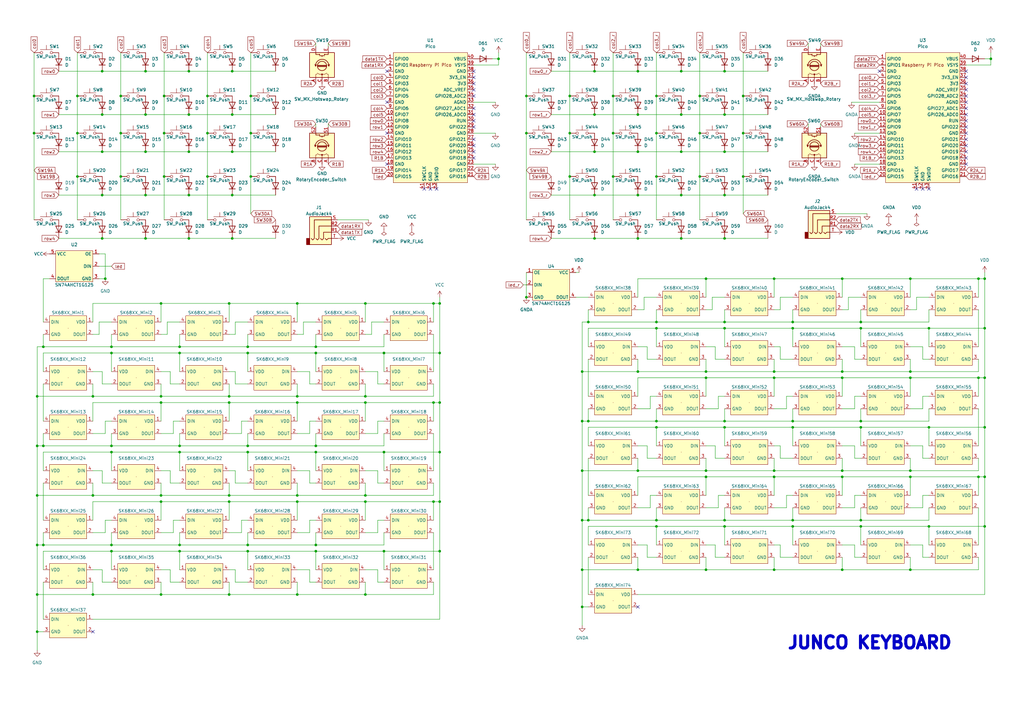
<source format=kicad_sch>
(kicad_sch (version 20211123) (generator eeschema)
  (paper "A3")
  (junction (at 95.25 80.01))
  (junction (at 233.68 72.39))
  (junction (at 269.24 72.39))
  (junction (at 297.18 215.9))
  (junction (at 261.62 233.68))
  (junction (at 345.44 195.58))
  (junction (at 41.91 46.99))
  (junction (at 287.02 54.61))
  (junction (at 287.02 72.39))
  (junction (at 149.86 124.46))
  (junction (at 261.62 29.21))
  (junction (at 129.54 223.52))
  (junction (at 373.38 193.04))
  (junction (at 215.9 121.92))
  (junction (at 49.53 54.61))
  (junction (at 304.8 72.39))
  (junction (at 261.62 80.01))
  (junction (at 17.78 223.52))
  (junction (at 373.38 152.4))
  (junction (at 77.47 29.21))
  (junction (at 41.91 29.21))
  (junction (at 129.54 226.06))
  (junction (at 101.6 185.42))
  (junction (at 289.56 152.4))
  (junction (at 297.18 213.36))
  (junction (at 85.09 72.39))
  (junction (at 77.47 46.99))
  (junction (at 243.84 62.23))
  (junction (at 325.12 215.9))
  (junction (at 129.54 185.42))
  (junction (at 15.24 182.88))
  (junction (at 45.72 185.42))
  (junction (at 353.06 213.36))
  (junction (at 95.25 29.21))
  (junction (at 43.18 114.3))
  (junction (at 157.48 185.42))
  (junction (at 149.86 165.1))
  (junction (at 17.78 182.88))
  (junction (at 180.34 165.1))
  (junction (at 269.24 134.62))
  (junction (at 261.62 97.79))
  (junction (at 353.06 215.9))
  (junction (at 279.4 97.79))
  (junction (at 353.06 172.72))
  (junction (at 15.24 223.52))
  (junction (at 67.31 54.61))
  (junction (at 403.86 154.94))
  (junction (at 297.18 134.62))
  (junction (at 31.75 39.37))
  (junction (at 297.18 62.23))
  (junction (at 180.34 185.42))
  (junction (at 325.12 213.36))
  (junction (at 77.47 97.79))
  (junction (at 317.5 195.58))
  (junction (at 289.56 114.3))
  (junction (at 353.06 134.62))
  (junction (at 269.24 215.9))
  (junction (at 261.62 62.23))
  (junction (at 38.1 203.2))
  (junction (at 17.78 142.24))
  (junction (at 238.76 213.36))
  (junction (at 73.66 226.06))
  (junction (at 238.76 193.04))
  (junction (at 149.86 205.74))
  (junction (at 261.62 152.4))
  (junction (at 297.18 97.79))
  (junction (at 59.69 29.21))
  (junction (at 157.48 226.06))
  (junction (at 93.98 165.1))
  (junction (at 289.56 193.04))
  (junction (at 297.18 175.26))
  (junction (at 403.86 134.62))
  (junction (at 93.98 162.56))
  (junction (at 215.9 39.37))
  (junction (at 102.87 72.39))
  (junction (at 401.32 195.58))
  (junction (at 269.24 213.36))
  (junction (at 31.75 72.39))
  (junction (at 31.75 54.61))
  (junction (at 251.46 72.39))
  (junction (at 243.84 80.01))
  (junction (at 101.6 223.52))
  (junction (at 66.04 203.2))
  (junction (at 261.62 193.04))
  (junction (at 345.44 152.4))
  (junction (at 157.48 144.78))
  (junction (at 180.34 226.06))
  (junction (at 66.04 205.74))
  (junction (at 93.98 203.2))
  (junction (at 251.46 39.37))
  (junction (at 238.76 172.72))
  (junction (at 95.25 62.23))
  (junction (at 317.5 233.68))
  (junction (at 269.24 175.26))
  (junction (at 95.25 97.79))
  (junction (at 85.09 54.61))
  (junction (at 129.54 142.24))
  (junction (at 149.86 243.84))
  (junction (at 238.76 233.68))
  (junction (at 279.4 62.23))
  (junction (at 373.38 154.94))
  (junction (at 401.32 154.94))
  (junction (at 73.66 223.52))
  (junction (at 15.24 203.2))
  (junction (at 279.4 80.01))
  (junction (at 15.24 243.84))
  (junction (at 403.86 175.26))
  (junction (at 41.91 62.23))
  (junction (at 101.6 144.78))
  (junction (at 243.84 29.21))
  (junction (at 238.76 248.92))
  (junction (at 73.66 185.42))
  (junction (at 317.5 154.94))
  (junction (at 73.66 142.24))
  (junction (at 101.6 226.06))
  (junction (at 177.8 165.1))
  (junction (at 38.1 162.56))
  (junction (at 381 134.62))
  (junction (at 317.5 152.4))
  (junction (at 403.86 195.58))
  (junction (at 93.98 205.74))
  (junction (at 38.1 243.84))
  (junction (at 381 175.26))
  (junction (at 373.38 114.3))
  (junction (at 401.32 114.3))
  (junction (at 41.91 97.79))
  (junction (at 269.24 54.61))
  (junction (at 73.66 182.88))
  (junction (at 15.24 162.56))
  (junction (at 93.98 124.46))
  (junction (at 45.72 142.24))
  (junction (at 121.92 165.1))
  (junction (at 67.31 39.37))
  (junction (at 345.44 233.68))
  (junction (at 269.24 172.72))
  (junction (at 66.04 124.46))
  (junction (at 353.06 132.08))
  (junction (at 49.53 72.39))
  (junction (at 289.56 154.94))
  (junction (at 317.5 193.04))
  (junction (at 279.4 46.99))
  (junction (at 121.92 243.84))
  (junction (at 243.84 97.79))
  (junction (at 45.72 182.88))
  (junction (at 45.72 226.06))
  (junction (at 67.31 72.39))
  (junction (at 241.3 132.08))
  (junction (at 121.92 162.56))
  (junction (at 215.9 54.61))
  (junction (at 289.56 195.58))
  (junction (at 233.68 39.37))
  (junction (at 66.04 243.84))
  (junction (at 353.06 175.26))
  (junction (at 325.12 132.08))
  (junction (at 93.98 243.84))
  (junction (at 241.3 172.72))
  (junction (at 129.54 182.88))
  (junction (at 101.6 182.88))
  (junction (at 129.54 144.78))
  (junction (at 241.3 213.36))
  (junction (at 261.62 46.99))
  (junction (at 73.66 144.78))
  (junction (at 317.5 114.3))
  (junction (at 102.87 54.61))
  (junction (at 59.69 97.79))
  (junction (at 66.04 165.1))
  (junction (at 381 215.9))
  (junction (at 149.86 162.56))
  (junction (at 41.91 80.01))
  (junction (at 59.69 80.01))
  (junction (at 49.53 39.37))
  (junction (at 85.09 39.37))
  (junction (at 238.76 152.4))
  (junction (at 59.69 46.99))
  (junction (at 289.56 233.68))
  (junction (at 297.18 80.01))
  (junction (at 102.87 39.37))
  (junction (at 325.12 172.72))
  (junction (at 77.47 80.01))
  (junction (at 59.69 62.23))
  (junction (at 121.92 203.2))
  (junction (at 177.8 124.46))
  (junction (at 180.34 205.74))
  (junction (at 15.24 259.08))
  (junction (at 373.38 233.68))
  (junction (at 149.86 203.2))
  (junction (at 304.8 39.37))
  (junction (at 243.84 46.99))
  (junction (at 66.04 162.56))
  (junction (at 297.18 172.72))
  (junction (at 345.44 114.3))
  (junction (at 325.12 175.26))
  (junction (at 121.92 124.46))
  (junction (at 406.4 24.13))
  (junction (at 77.47 62.23))
  (junction (at 233.68 54.61))
  (junction (at 45.72 144.78))
  (junction (at 345.44 193.04))
  (junction (at 13.97 54.61))
  (junction (at 45.72 223.52))
  (junction (at 269.24 39.37))
  (junction (at 403.86 215.9))
  (junction (at 251.46 54.61))
  (junction (at 121.92 205.74))
  (junction (at 325.12 134.62))
  (junction (at 180.34 144.78))
  (junction (at 297.18 29.21))
  (junction (at 177.8 205.74))
  (junction (at 204.47 24.13))
  (junction (at 373.38 195.58))
  (junction (at 279.4 29.21))
  (junction (at 180.34 124.46))
  (junction (at 304.8 54.61))
  (junction (at 101.6 142.24))
  (junction (at 297.18 132.08))
  (junction (at 403.86 114.3))
  (junction (at 95.25 46.99))
  (junction (at 13.97 39.37))
  (junction (at 269.24 132.08))
  (junction (at 297.18 46.99))
  (junction (at 287.02 39.37))
  (junction (at 345.44 154.94))
  (no_connect (at 396.24 52.07))
  (no_connect (at 194.31 64.77))
  (no_connect (at 194.31 62.23))
  (no_connect (at 194.31 59.69))
  (no_connect (at 194.31 57.15))
  (no_connect (at 396.24 62.23))
  (no_connect (at 396.24 44.45))
  (no_connect (at 396.24 31.75))
  (no_connect (at 194.31 39.37))
  (no_connect (at 396.24 46.99))
  (no_connect (at 194.31 29.21))
  (no_connect (at 381 77.47))
  (no_connect (at 396.24 57.15))
  (no_connect (at 173.99 77.47))
  (no_connect (at 194.31 44.45))
  (no_connect (at 194.31 46.99))
  (no_connect (at 194.31 52.07))
  (no_connect (at 396.24 29.21))
  (no_connect (at 396.24 54.61))
  (no_connect (at 396.24 41.91))
  (no_connect (at 396.24 67.31))
  (no_connect (at 396.24 34.29))
  (no_connect (at 194.31 34.29))
  (no_connect (at 194.31 49.53))
  (no_connect (at 194.31 36.83))
  (no_connect (at 261.62 248.92))
  (no_connect (at 396.24 36.83))
  (no_connect (at 375.92 77.47))
  (no_connect (at 378.46 77.47))
  (no_connect (at 38.1 259.08))
  (no_connect (at 158.75 67.31))
  (no_connect (at 179.07 77.47))
  (no_connect (at 396.24 59.69))
  (no_connect (at 158.75 54.61))
  (no_connect (at 158.75 41.91))
  (no_connect (at 158.75 29.21))
  (no_connect (at 396.24 39.37))
  (no_connect (at 360.68 29.21))
  (no_connect (at 396.24 64.77))
  (no_connect (at 194.31 31.75))
  (no_connect (at 176.53 77.47))
  (no_connect (at 396.24 49.53))
  (wire (pts (xy 101.6 177.8) (xy 101.6 182.88)))
  (wire (pts (xy 49.53 39.37) (xy 49.53 54.61)))
  (wire (pts (xy 297.18 62.23) (xy 314.96 62.23)))
  (wire (pts (xy 43.18 213.36) (xy 45.72 213.36)))
  (wire (pts (xy 401.32 121.92) (xy 401.32 114.3)))
  (wire (pts (xy 77.47 46.99) (xy 95.25 46.99)))
  (wire (pts (xy 269.24 147.32) (xy 265.43 147.32)))
  (wire (pts (xy 325.12 132.08) (xy 353.06 132.08)))
  (wire (pts (xy 93.98 162.56) (xy 66.04 162.56)))
  (wire (pts (xy 293.37 147.32) (xy 297.18 147.32)))
  (wire (pts (xy 373.38 233.68) (xy 345.44 233.68)))
  (wire (pts (xy 353.06 213.36) (xy 381 213.36)))
  (wire (pts (xy 233.68 21.59) (xy 233.68 39.37)))
  (wire (pts (xy 378.46 147.32) (xy 381 147.32)))
  (wire (pts (xy 41.91 157.48) (xy 41.91 152.4)))
  (wire (pts (xy 378.46 223.52) (xy 378.46 228.6)))
  (wire (pts (xy 15.24 162.56) (xy 38.1 162.56)))
  (wire (pts (xy 154.94 172.72) (xy 157.48 172.72)))
  (wire (pts (xy 325.12 213.36) (xy 353.06 213.36)))
  (wire (pts (xy 38.1 162.56) (xy 66.04 162.56)))
  (wire (pts (xy 40.64 137.16) (xy 40.64 132.08)))
  (wire (pts (xy 373.38 208.28) (xy 378.46 208.28)))
  (wire (pts (xy 154.94 238.76) (xy 157.48 238.76)))
  (wire (pts (xy 373.38 223.52) (xy 378.46 223.52)))
  (wire (pts (xy 381 172.72) (xy 381 167.64)))
  (wire (pts (xy 264.16 121.92) (xy 269.24 121.92)))
  (wire (pts (xy 17.78 259.08) (xy 15.24 259.08)))
  (wire (pts (xy 349.25 41.91) (xy 360.68 41.91)))
  (wire (pts (xy 40.64 109.22) (xy 45.72 109.22)))
  (wire (pts (xy 177.8 243.84) (xy 149.86 243.84)))
  (wire (pts (xy 149.86 238.76) (xy 149.86 243.84)))
  (wire (pts (xy 66.04 198.12) (xy 66.04 203.2)))
  (wire (pts (xy 261.62 233.68) (xy 289.56 233.68)))
  (wire (pts (xy 45.72 185.42) (xy 45.72 193.04)))
  (wire (pts (xy 350.52 228.6) (xy 350.52 223.52)))
  (wire (pts (xy 269.24 208.28) (xy 269.24 213.36)))
  (wire (pts (xy 73.66 144.78) (xy 101.6 144.78)))
  (wire (pts (xy 149.86 218.44) (xy 154.94 218.44)))
  (wire (pts (xy 241.3 147.32) (xy 241.3 162.56)))
  (wire (pts (xy 157.48 185.42) (xy 180.34 185.42)))
  (wire (pts (xy 373.38 154.94) (xy 345.44 154.94)))
  (wire (pts (xy 24.13 62.23) (xy 41.91 62.23)))
  (wire (pts (xy 41.91 238.76) (xy 41.91 233.68)))
  (wire (pts (xy 154.94 193.04) (xy 154.94 198.12)))
  (wire (pts (xy 381 215.9) (xy 403.86 215.9)))
  (wire (pts (xy 129.54 238.76) (xy 127 238.76)))
  (wire (pts (xy 297.18 208.28) (xy 297.18 213.36)))
  (wire (pts (xy 93.98 124.46) (xy 93.98 132.08)))
  (wire (pts (xy 375.92 127) (xy 375.92 121.92)))
  (wire (pts (xy 17.78 218.44) (xy 17.78 223.52)))
  (wire (pts (xy 403.86 215.9) (xy 403.86 243.84)))
  (wire (pts (xy 127 218.44) (xy 127 213.36)))
  (wire (pts (xy 238.76 193.04) (xy 238.76 213.36)))
  (wire (pts (xy 293.37 182.88) (xy 289.56 182.88)))
  (wire (pts (xy 85.09 72.39) (xy 85.09 90.17)))
  (wire (pts (xy 149.86 162.56) (xy 121.92 162.56)))
  (wire (pts (xy 401.32 233.68) (xy 373.38 233.68)))
  (wire (pts (xy 129.54 182.88) (xy 157.48 182.88)))
  (wire (pts (xy 38.1 198.12) (xy 38.1 203.2)))
  (wire (pts (xy 378.46 162.56) (xy 381 162.56)))
  (wire (pts (xy 251.46 54.61) (xy 251.46 72.39)))
  (wire (pts (xy 265.43 223.52) (xy 261.62 223.52)))
  (wire (pts (xy 317.5 233.68) (xy 289.56 233.68)))
  (wire (pts (xy 180.34 144.78) (xy 180.34 165.1)))
  (wire (pts (xy 320.04 228.6) (xy 325.12 228.6)))
  (wire (pts (xy 66.04 165.1) (xy 38.1 165.1)))
  (wire (pts (xy 355.6 87.63) (xy 342.9 87.63)))
  (wire (pts (xy 317.5 154.94) (xy 289.56 154.94)))
  (wire (pts (xy 151.13 90.17) (xy 138.43 90.17)))
  (wire (pts (xy 177.8 198.12) (xy 177.8 203.2)))
  (wire (pts (xy 43.18 177.8) (xy 43.18 172.72)))
  (wire (pts (xy 261.62 97.79) (xy 279.4 97.79)))
  (wire (pts (xy 238.76 132.08) (xy 238.76 152.4)))
  (wire (pts (xy 373.38 114.3) (xy 373.38 121.92)))
  (wire (pts (xy 345.44 152.4) (xy 317.5 152.4)))
  (wire (pts (xy 15.24 243.84) (xy 38.1 243.84)))
  (wire (pts (xy 121.92 165.1) (xy 93.98 165.1)))
  (wire (pts (xy 15.24 243.84) (xy 15.24 259.08)))
  (wire (pts (xy 265.43 228.6) (xy 265.43 223.52)))
  (wire (pts (xy 345.44 208.28) (xy 350.52 208.28)))
  (wire (pts (xy 177.8 137.16) (xy 177.8 152.4)))
  (wire (pts (xy 15.24 162.56) (xy 15.24 182.88)))
  (wire (pts (xy 157.48 137.16) (xy 157.48 142.24)))
  (wire (pts (xy 215.9 39.37) (xy 215.9 54.61)))
  (wire (pts (xy 59.69 46.99) (xy 77.47 46.99)))
  (wire (pts (xy 157.48 233.68) (xy 157.48 226.06)))
  (wire (pts (xy 215.9 21.59) (xy 215.9 39.37)))
  (wire (pts (xy 69.85 233.68) (xy 66.04 233.68)))
  (wire (pts (xy 45.72 185.42) (xy 73.66 185.42)))
  (wire (pts (xy 73.66 185.42) (xy 101.6 185.42)))
  (wire (pts (xy 121.92 238.76) (xy 121.92 243.84)))
  (wire (pts (xy 401.32 114.3) (xy 373.38 114.3)))
  (wire (pts (xy 17.78 177.8) (xy 17.78 182.88)))
  (wire (pts (xy 73.66 218.44) (xy 73.66 223.52)))
  (wire (pts (xy 406.4 21.59) (xy 406.4 24.13)))
  (wire (pts (xy 121.92 162.56) (xy 93.98 162.56)))
  (wire (pts (xy 43.18 104.14) (xy 40.64 104.14)))
  (wire (pts (xy 15.24 203.2) (xy 15.24 223.52)))
  (wire (pts (xy 261.62 114.3) (xy 261.62 121.92)))
  (wire (pts (xy 325.12 127) (xy 325.12 132.08)))
  (wire (pts (xy 401.32 167.64) (xy 401.32 182.88)))
  (wire (pts (xy 373.38 195.58) (xy 345.44 195.58)))
  (wire (pts (xy 350.52 142.24) (xy 345.44 142.24)))
  (wire (pts (xy 353.06 134.62) (xy 353.06 142.24)))
  (wire (pts (xy 17.78 182.88) (xy 45.72 182.88)))
  (wire (pts (xy 149.86 198.12) (xy 149.86 203.2)))
  (wire (pts (xy 289.56 187.96) (xy 289.56 193.04)))
  (wire (pts (xy 102.87 39.37) (xy 102.87 54.61)))
  (wire (pts (xy 261.62 147.32) (xy 261.62 152.4)))
  (wire (pts (xy 180.34 226.06) (xy 180.34 254)))
  (wire (pts (xy 378.46 167.64) (xy 378.46 162.56)))
  (wire (pts (xy 325.12 175.26) (xy 325.12 182.88)))
  (wire (pts (xy 149.86 137.16) (xy 152.4 137.16)))
  (wire (pts (xy 95.25 62.23) (xy 113.03 62.23)))
  (wire (pts (xy 317.5 114.3) (xy 289.56 114.3)))
  (wire (pts (xy 238.76 152.4) (xy 238.76 172.72)))
  (wire (pts (xy 401.32 195.58) (xy 403.86 195.58)))
  (wire (pts (xy 15.24 182.88) (xy 15.24 203.2)))
  (wire (pts (xy 317.5 193.04) (xy 289.56 193.04)))
  (wire (pts (xy 194.31 41.91) (xy 203.2 41.91)))
  (wire (pts (xy 320.04 147.32) (xy 320.04 142.24)))
  (wire (pts (xy 69.85 238.76) (xy 73.66 238.76)))
  (wire (pts (xy 127 233.68) (xy 121.92 233.68)))
  (wire (pts (xy 269.24 21.59) (xy 269.24 39.37)))
  (wire (pts (xy 66.04 218.44) (xy 71.12 218.44)))
  (wire (pts (xy 266.7 167.64) (xy 266.7 162.56)))
  (wire (pts (xy 297.18 215.9) (xy 325.12 215.9)))
  (wire (pts (xy 15.24 259.08) (xy 15.24 266.7)))
  (wire (pts (xy 293.37 147.32) (xy 293.37 142.24)))
  (wire (pts (xy 149.86 124.46) (xy 149.86 132.08)))
  (wire (pts (xy 121.92 205.74) (xy 121.92 213.36)))
  (wire (pts (xy 45.72 198.12) (xy 41.91 198.12)))
  (wire (pts (xy 322.58 162.56) (xy 325.12 162.56)))
  (wire (pts (xy 373.38 154.94) (xy 373.38 162.56)))
  (wire (pts (xy 17.78 226.06) (xy 45.72 226.06)))
  (wire (pts (xy 96.52 137.16) (xy 96.52 132.08)))
  (wire (pts (xy 241.3 134.62) (xy 269.24 134.62)))
  (wire (pts (xy 68.58 137.16) (xy 68.58 132.08)))
  (wire (pts (xy 350.52 208.28) (xy 350.52 203.2)))
  (wire (pts (xy 396.24 26.67) (xy 406.4 26.67)))
  (wire (pts (xy 373.38 195.58) (xy 373.38 203.2)))
  (wire (pts (xy 15.24 223.52) (xy 15.24 243.84)))
  (wire (pts (xy 17.78 198.12) (xy 17.78 213.36)))
  (wire (pts (xy 38.1 177.8) (xy 43.18 177.8)))
  (wire (pts (xy 31.75 21.59) (xy 31.75 39.37)))
  (wire (pts (xy 378.46 228.6) (xy 381 228.6)))
  (wire (pts (xy 297.18 127) (xy 297.18 132.08)))
  (wire (pts (xy 226.06 97.79) (xy 243.84 97.79)))
  (wire (pts (xy 93.98 205.74) (xy 121.92 205.74)))
  (wire (pts (xy 31.75 54.61) (xy 31.75 72.39)))
  (wire (pts (xy 353.06 215.9) (xy 353.06 223.52)))
  (wire (pts (xy 157.48 182.88) (xy 157.48 177.8)))
  (wire (pts (xy 353.06 187.96) (xy 350.52 187.96)))
  (wire (pts (xy 320.04 182.88) (xy 317.5 182.88)))
  (wire (pts (xy 157.48 144.78) (xy 180.34 144.78)))
  (wire (pts (xy 93.98 238.76) (xy 93.98 243.84)))
  (wire (pts (xy 241.3 213.36) (xy 269.24 213.36)))
  (wire (pts (xy 261.62 167.64) (xy 266.7 167.64)))
  (wire (pts (xy 101.6 142.24) (xy 129.54 142.24)))
  (wire (pts (xy 127 172.72) (xy 129.54 172.72)))
  (wire (pts (xy 177.8 157.48) (xy 177.8 162.56)))
  (wire (pts (xy 325.12 215.9) (xy 353.06 215.9)))
  (wire (pts (xy 294.64 208.28) (xy 294.64 203.2)))
  (wire (pts (xy 93.98 165.1) (xy 66.04 165.1)))
  (wire (pts (xy 17.78 233.68) (xy 17.78 226.06)))
  (wire (pts (xy 177.8 205.74) (xy 180.34 205.74)))
  (wire (pts (xy 289.56 147.32) (xy 289.56 152.4)))
  (wire (pts (xy 41.91 193.04) (xy 38.1 193.04)))
  (wire (pts (xy 31.75 72.39) (xy 31.75 90.17)))
  (wire (pts (xy 317.5 152.4) (xy 289.56 152.4)))
  (wire (pts (xy 17.78 238.76) (xy 17.78 254)))
  (wire (pts (xy 261.62 187.96) (xy 261.62 193.04)))
  (wire (pts (xy 269.24 187.96) (xy 265.43 187.96)))
  (wire (pts (xy 204.47 26.67) (xy 204.47 24.13)))
  (wire (pts (xy 289.56 195.58) (xy 289.56 203.2)))
  (wire (pts (xy 317.5 228.6) (xy 317.5 233.68)))
  (wire (pts (xy 15.24 142.24) (xy 15.24 162.56)))
  (wire (pts (xy 403.86 154.94) (xy 403.86 175.26)))
  (wire (pts (xy 345.44 195.58) (xy 345.44 203.2)))
  (wire (pts (xy 345.44 127) (xy 347.98 127)))
  (wire (pts (xy 49.53 21.59) (xy 49.53 39.37)))
  (wire (pts (xy 241.3 182.88) (xy 241.3 175.26)))
  (wire (pts (xy 336.55 50.8) (xy 336.55 52.07)))
  (wire (pts (xy 238.76 132.08) (xy 241.3 132.08)))
  (wire (pts (xy 149.86 205.74) (xy 149.86 213.36)))
  (wire (pts (xy 297.18 134.62) (xy 325.12 134.62)))
  (wire (pts (xy 45.72 226.06) (xy 45.72 233.68)))
  (wire (pts (xy 59.69 29.21) (xy 77.47 29.21)))
  (wire (pts (xy 401.32 154.94) (xy 403.86 154.94)))
  (wire (pts (xy 297.18 213.36) (xy 325.12 213.36)))
  (wire (pts (xy 71.12 172.72) (xy 73.66 172.72)))
  (wire (pts (xy 261.62 62.23) (xy 279.4 62.23)))
  (wire (pts (xy 297.18 172.72) (xy 325.12 172.72)))
  (wire (pts (xy 129.54 144.78) (xy 157.48 144.78)))
  (wire (pts (xy 154.94 152.4) (xy 154.94 157.48)))
  (wire (pts (xy 261.62 127) (xy 264.16 127)))
  (wire (pts (xy 38.1 218.44) (xy 43.18 218.44)))
  (wire (pts (xy 129.54 50.8) (xy 129.54 52.07)))
  (wire (pts (xy 96.52 152.4) (xy 93.98 152.4)))
  (wire (pts (xy 157.48 193.04) (xy 157.48 185.42)))
  (wire (pts (xy 241.3 208.28) (xy 241.3 213.36)))
  (wire (pts (xy 297.18 132.08) (xy 325.12 132.08)))
  (wire (pts (xy 177.8 124.46) (xy 180.34 124.46)))
  (wire (pts (xy 15.24 223.52) (xy 17.78 223.52)))
  (wire (pts (xy 149.86 165.1) (xy 149.86 172.72)))
  (wire (pts (xy 96.52 238.76) (xy 96.52 233.68)))
  (wire (pts (xy 149.86 177.8) (xy 154.94 177.8)))
  (wire (pts (xy 251.46 21.59) (xy 251.46 39.37)))
  (wire (pts (xy 325.12 134.62) (xy 353.06 134.62)))
  (wire (pts (xy 215.9 54.61) (xy 215.9 90.17)))
  (wire (pts (xy 129.54 144.78) (xy 129.54 152.4)))
  (wire (pts (xy 177.8 132.08) (xy 177.8 124.46)))
  (wire (pts (xy 121.92 157.48) (xy 121.92 162.56)))
  (wire (pts (xy 293.37 228.6) (xy 297.18 228.6)))
  (wire (pts (xy 238.76 193.04) (xy 261.62 193.04)))
  (wire (pts (xy 68.58 132.08) (xy 73.66 132.08)))
  (wire (pts (xy 149.86 205.74) (xy 177.8 205.74)))
  (wire (pts (xy 129.54 17.78) (xy 129.54 19.05)))
  (wire (pts (xy 406.4 26.67) (xy 406.4 24.13)))
  (wire (pts (xy 241.3 127) (xy 241.3 132.08)))
  (wire (pts (xy 41.91 233.68) (xy 38.1 233.68)))
  (wire (pts (xy 93.98 124.46) (xy 66.04 124.46)))
  (wire (pts (xy 45.72 137.16) (xy 45.72 142.24)))
  (wire (pts (xy 73.66 177.8) (xy 73.66 182.88)))
  (wire (pts (xy 289.56 154.94) (xy 289.56 162.56)))
  (wire (pts (xy 154.94 233.68) (xy 154.94 238.76)))
  (wire (pts (xy 24.13 97.79) (xy 41.91 97.79)))
  (wire (pts (xy 269.24 132.08) (xy 297.18 132.08)))
  (wire (pts (xy 95.25 46.99) (xy 113.03 46.99)))
  (wire (pts (xy 31.75 39.37) (xy 31.75 54.61)))
  (wire (pts (xy 66.04 124.46) (xy 66.04 132.08)))
  (wire (pts (xy 266.7 208.28) (xy 266.7 203.2)))
  (wire (pts (xy 304.8 21.59) (xy 304.8 39.37)))
  (wire (pts (xy 149.86 152.4) (xy 154.94 152.4)))
  (wire (pts (xy 261.62 208.28) (xy 266.7 208.28)))
  (wire (pts (xy 177.8 165.1) (xy 149.86 165.1)))
  (wire (pts (xy 41.91 97.79) (xy 59.69 97.79)))
  (wire (pts (xy 289.56 228.6) (xy 289.56 233.68)))
  (wire (pts (xy 96.52 198.12) (xy 101.6 198.12)))
  (wire (pts (xy 124.46 137.16) (xy 124.46 132.08)))
  (wire (pts (xy 45.72 218.44) (xy 45.72 223.52)))
  (wire (pts (xy 177.8 177.8) (xy 177.8 193.04)))
  (wire (pts (xy 17.78 193.04) (xy 17.78 185.42)))
  (wire (pts (xy 243.84 46.99) (xy 261.62 46.99)))
  (wire (pts (xy 233.68 39.37) (xy 233.68 54.61)))
  (wire (pts (xy 401.32 147.32) (xy 401.32 152.4)))
  (wire (pts (xy 17.78 157.48) (xy 17.78 172.72)))
  (wire (pts (xy 269.24 172.72) (xy 297.18 172.72)))
  (wire (pts (xy 177.8 203.2) (xy 149.86 203.2)))
  (wire (pts (xy 401.32 152.4) (xy 373.38 152.4)))
  (wire (pts (xy 215.9 111.76) (xy 215.9 121.92)))
  (wire (pts (xy 289.56 154.94) (xy 261.62 154.94)))
  (wire (pts (xy 320.04 147.32) (xy 325.12 147.32)))
  (wire (pts (xy 297.18 215.9) (xy 297.18 223.52)))
  (wire (pts (xy 73.66 223.52) (xy 101.6 223.52)))
  (wire (pts (xy 101.6 137.16) (xy 101.6 142.24)))
  (wire (pts (xy 403.86 24.13) (xy 406.4 24.13)))
  (wire (pts (xy 17.78 185.42) (xy 45.72 185.42)))
  (wire (pts (xy 265.43 187.96) (xy 265.43 182.88)))
  (wire (pts (xy 93.98 177.8) (xy 99.06 177.8)))
  (wire (pts (xy 289.56 195.58) (xy 261.62 195.58)))
  (wire (pts (xy 177.8 162.56) (xy 149.86 162.56)))
  (wire (pts (xy 180.34 124.46) (xy 180.34 144.78)))
  (wire (pts (xy 101.6 185.42) (xy 129.54 185.42)))
  (wire (pts (xy 99.06 177.8) (xy 99.06 172.72)))
  (wire (pts (xy 85.09 21.59) (xy 85.09 39.37)))
  (wire (pts (xy 353.06 175.26) (xy 381 175.26)))
  (wire (pts (xy 93.98 157.48) (xy 93.98 162.56)))
  (wire (pts (xy 45.72 238.76) (xy 41.91 238.76)))
  (wire (pts (xy 45.72 182.88) (xy 73.66 182.88)))
  (wire (pts (xy 41.91 29.21) (xy 59.69 29.21)))
  (wire (pts (xy 77.47 29.21) (xy 95.25 29.21)))
  (wire (pts (xy 71.12 177.8) (xy 71.12 172.72)))
  (wire (pts (xy 320.04 223.52) (xy 317.5 223.52)))
  (wire (pts (xy 401.32 187.96) (xy 401.32 193.04)))
  (wire (pts (xy 378.46 203.2) (xy 381 203.2)))
  (wire (pts (xy 293.37 142.24) (xy 289.56 142.24)))
  (wire (pts (xy 304.8 54.61) (xy 304.8 72.39)))
  (wire (pts (xy 45.72 144.78) (xy 45.72 152.4)))
  (wire (pts (xy 154.94 177.8) (xy 154.94 172.72)))
  (wire (pts (xy 41.91 80.01) (xy 59.69 80.01)))
  (wire (pts (xy 149.86 193.04) (xy 154.94 193.04)))
  (wire (pts (xy 243.84 62.23) (xy 261.62 62.23)))
  (wire (pts (xy 102.87 21.59) (xy 102.87 39.37)))
  (wire (pts (xy 279.4 46.99) (xy 297.18 46.99)))
  (wire (pts (xy 403.86 175.26) (xy 403.86 195.58)))
  (wire (pts (xy 350.52 182.88) (xy 345.44 182.88)))
  (wire (pts (xy 251.46 72.39) (xy 251.46 90.17)))
  (wire (pts (xy 177.8 213.36) (xy 177.8 205.74)))
  (wire (pts (xy 67.31 54.61) (xy 67.31 72.39)))
  (wire (pts (xy 261.62 195.58) (xy 261.62 203.2)))
  (wire (pts (xy 320.04 127) (xy 320.04 121.92)))
  (wire (pts (xy 317.5 195.58) (xy 317.5 203.2)))
  (wire (pts (xy 403.86 111.76) (xy 403.86 114.3)))
  (wire (pts (xy 317.5 154.94) (xy 317.5 162.56)))
  (wire (pts (xy 49.53 72.39) (xy 49.53 90.17)))
  (wire (pts (xy 73.66 226.06) (xy 101.6 226.06)))
  (wire (pts (xy 345.44 233.68) (xy 317.5 233.68)))
  (wire (pts (xy 93.98 218.44) (xy 99.06 218.44)))
  (wire (pts (xy 287.02 72.39) (xy 287.02 90.17)))
  (wire (pts (xy 43.18 172.72) (xy 45.72 172.72)))
  (wire (pts (xy 331.47 50.8) (xy 331.47 52.07)))
  (wire (pts (xy 129.54 142.24) (xy 157.48 142.24)))
  (wire (pts (xy 157.48 226.06) (xy 180.34 226.06)))
  (wire (pts (xy 241.3 175.26) (xy 269.24 175.26)))
  (wire (pts (xy 66.04 205.74) (xy 93.98 205.74)))
  (wire (pts (xy 127 157.48) (xy 127 152.4)))
  (wire (pts (xy 69.85 157.48) (xy 69.85 152.4)))
  (wire (pts (xy 85.09 39.37) (xy 85.09 54.61)))
  (wire (pts (xy 15.24 142.24) (xy 17.78 142.24)))
  (wire (pts (xy 69.85 238.76) (xy 69.85 233.68)))
  (wire (pts (xy 99.06 213.36) (xy 101.6 213.36)))
  (wire (pts (xy 243.84 29.21) (xy 261.62 29.21)))
  (wire (pts (xy 121.92 124.46) (xy 121.92 132.08)))
  (wire (pts (xy 17.78 152.4) (xy 17.78 144.78)))
  (wire (pts (xy 320.04 187.96) (xy 320.04 182.88)))
  (wire (pts (xy 265.43 142.24) (xy 261.62 142.24)))
  (wire (pts (xy 322.58 167.64) (xy 322.58 162.56)))
  (wire (pts (xy 204.47 21.59) (xy 204.47 24.13)))
  (wire (pts (xy 353.06 172.72) (xy 381 172.72)))
  (wire (pts (xy 297.18 46.99) (xy 314.96 46.99)))
  (wire (pts (xy 293.37 223.52) (xy 289.56 223.52)))
  (wire (pts (xy 154.94 213.36) (xy 157.48 213.36)))
  (wire (pts (xy 269.24 134.62) (xy 269.24 142.24)))
  (wire (pts (xy 66.04 137.16) (xy 68.58 137.16)))
  (wire (pts (xy 401.32 114.3) (xy 403.86 114.3)))
  (wire (pts (xy 124.46 132.08) (xy 129.54 132.08)))
  (wire (pts (xy 194.31 67.31) (xy 203.2 67.31)))
  (wire (pts (xy 238.76 233.68) (xy 238.76 248.92)))
  (wire (pts (xy 43.18 114.3) (xy 40.64 114.3)))
  (wire (pts (xy 96.52 157.48) (xy 96.52 152.4)))
  (wire (pts (xy 67.31 21.59) (xy 67.31 39.37)))
  (wire (pts (xy 101.6 182.88) (xy 129.54 182.88)))
  (wire (pts (xy 293.37 187.96) (xy 293.37 182.88)))
  (wire (pts (xy 38.1 137.16) (xy 40.64 137.16)))
  (wire (pts (xy 373.38 114.3) (xy 345.44 114.3)))
  (wire (pts (xy 45.72 144.78) (xy 73.66 144.78)))
  (wire (pts (xy 345.44 195.58) (xy 317.5 195.58)))
  (wire (pts (xy 381 175.26) (xy 403.86 175.26)))
  (wire (pts (xy 381 127) (xy 381 132.08)))
  (wire (pts (xy 127 152.4) (xy 121.92 152.4)))
  (wire (pts (xy 99.06 172.72) (xy 101.6 172.72)))
  (wire (pts (xy 149.86 124.46) (xy 121.92 124.46)))
  (wire (pts (xy 93.98 205.74) (xy 93.98 213.36)))
  (wire (pts (xy 127 193.04) (xy 121.92 193.04)))
  (wire (pts (xy 157.48 132.08) (xy 152.4 132.08)))
  (wire (pts (xy 236.22 111.76) (xy 237.49 111.76)))
  (wire (pts (xy 347.98 121.92) (xy 353.06 121.92)))
  (wire (pts (xy 373.38 182.88) (xy 378.46 182.88)))
  (wire (pts (xy 38.1 157.48) (xy 38.1 162.56)))
  (wire (pts (xy 93.98 137.16) (xy 96.52 137.16)))
  (wire (pts (xy 101.6 185.42) (xy 101.6 193.04)))
  (wire (pts (xy 381 182.88) (xy 381 175.26)))
  (wire (pts (xy 350.52 67.31) (xy 360.68 67.31)))
  (wire (pts (xy 297.18 29.21) (xy 314.96 29.21)))
  (wire (pts (xy 401.32 228.6) (xy 401.32 233.68)))
  (wire (pts (xy 121.92 203.2) (xy 93.98 203.2)))
  (wire (pts (xy 345.44 187.96) (xy 345.44 193.04)))
  (wire (pts (xy 336.55 17.78) (xy 336.55 19.05)))
  (wire (pts (xy 293.37 187.96) (xy 297.18 187.96)))
  (wire (pts (xy 238.76 213.36) (xy 241.3 213.36)))
  (wire (pts (xy 287.02 39.37) (xy 287.02 54.61)))
  (wire (pts (xy 345.44 114.3) (xy 317.5 114.3)))
  (wire (pts (xy 325.12 172.72) (xy 353.06 172.72)))
  (wire (pts (xy 49.53 54.61) (xy 49.53 72.39)))
  (wire (pts (xy 251.46 39.37) (xy 251.46 54.61)))
  (wire (pts (xy 38.1 243.84) (xy 66.04 243.84)))
  (wire (pts (xy 38.1 205.74) (xy 38.1 213.36)))
  (wire (pts (xy 265.43 182.88) (xy 261.62 182.88)))
  (wire (pts (xy 41.91 62.23) (xy 59.69 62.23)))
  (wire (pts (xy 238.76 172.72) (xy 241.3 172.72)))
  (wire (pts (xy 322.58 208.28) (xy 322.58 203.2)))
  (wire (pts (xy 261.62 243.84) (xy 403.86 243.84)))
  (wire (pts (xy 149.86 157.48) (xy 149.86 162.56)))
  (wire (pts (xy 403.86 134.62) (xy 403.86 154.94)))
  (wire (pts (xy 269.24 215.9) (xy 297.18 215.9)))
  (wire (pts (xy 401.32 127) (xy 401.32 142.24)))
  (wire (pts (xy 241.3 187.96) (xy 241.3 203.2)))
  (wire (pts (xy 45.72 157.48) (xy 41.91 157.48)))
  (wire (pts (xy 38.1 124.46) (xy 38.1 132.08)))
  (wire (pts (xy 96.52 193.04) (xy 93.98 193.04)))
  (wire (pts (xy 289.56 114.3) (xy 261.62 114.3)))
  (wire (pts (xy 96.52 157.48) (xy 101.6 157.48)))
  (wire (pts (xy 121.92 165.1) (xy 121.92 172.72)))
  (wire (pts (xy 269.24 134.62) (xy 297.18 134.62)))
  (wire (pts (xy 149.86 205.74) (xy 121.92 205.74)))
  (wire (pts (xy 129.54 185.42) (xy 129.54 193.04)))
  (wire (pts (xy 17.78 114.3) (xy 17.78 132.08)))
  (wire (pts (xy 350.52 223.52) (xy 345.44 223.52)))
  (wire (pts (xy 102.87 54.61) (xy 102.87 72.39)))
  (wire (pts (xy 373.38 228.6) (xy 373.38 233.68)))
  (wire (pts (xy 38.1 254) (xy 180.34 254)))
  (wire (pts (xy 373.38 127) (xy 375.92 127)))
  (wire (pts (xy 373.38 152.4) (xy 345.44 152.4)))
  (wire (pts (xy 345.44 167.64) (xy 350.52 167.64)))
  (wire (pts (xy 134.62 17.78) (xy 134.62 19.05)))
  (wire (pts (xy 45.72 177.8) (xy 45.72 182.88)))
  (wire (pts (xy 77.47 80.01) (xy 95.25 80.01)))
  (wire (pts (xy 121.92 177.8) (xy 127 177.8)))
  (wire (pts (xy 261.62 154.94) (xy 261.62 162.56)))
  (wire (pts (xy 325.12 167.64) (xy 325.12 172.72)))
  (wire (pts (xy 403.86 114.3) (xy 403.86 134.62)))
  (wire (pts (xy 13.97 54.61) (xy 13.97 90.17)))
  (wire (pts (xy 177.8 124.46) (xy 149.86 124.46)))
  (wire (pts (xy 38.1 165.1) (xy 38.1 172.72)))
  (wire (pts (xy 154.94 218.44) (xy 154.94 213.36)))
  (wire (pts (xy 292.1 127) (xy 292.1 121.92)))
  (wire (pts (xy 353.06 167.64) (xy 353.06 172.72)))
  (wire (pts (xy 152.4 137.16) (xy 152.4 132.08)))
  (wire (pts (xy 177.8 238.76) (xy 177.8 243.84)))
  (wire (pts (xy 24.13 29.21) (xy 41.91 29.21)))
  (wire (pts (xy 77.47 62.23) (xy 95.25 62.23)))
  (wire (pts (xy 345.44 154.94) (xy 317.5 154.94)))
  (wire (pts (xy 293.37 228.6) (xy 293.37 223.52)))
  (wire (pts (xy 378.46 142.24) (xy 378.46 147.32)))
  (wire (pts (xy 322.58 203.2) (xy 325.12 203.2)))
  (wire (pts (xy 38.1 238.76) (xy 38.1 243.84)))
  (wire (pts (xy 292.1 121.92) (xy 297.18 121.92)))
  (wire (pts (xy 261.62 228.6) (xy 261.62 233.68)))
  (wire (pts (xy 353.06 175.26) (xy 353.06 182.88)))
  (wire (pts (xy 77.47 97.79) (xy 95.25 97.79)))
  (wire (pts (xy 127 238.76) (xy 127 233.68)))
  (wire (pts (xy 320.04 228.6) (xy 320.04 223.52)))
  (wire (pts (xy 214.63 116.84) (xy 215.9 116.84)))
  (wire (pts (xy 59.69 80.01) (xy 77.47 80.01)))
  (wire (pts (xy 353.06 228.6) (xy 350.52 228.6)))
  (wire (pts (xy 149.86 165.1) (xy 121.92 165.1)))
  (wire (pts (xy 353.06 215.9) (xy 381 215.9)))
  (wire (pts (xy 238.76 248.92) (xy 238.76 256.54)))
  (wire (pts (xy 13.97 21.59) (xy 13.97 39.37)))
  (wire (pts (xy 317.5 114.3) (xy 317.5 121.92)))
  (wire (pts (xy 236.22 121.92) (xy 241.3 121.92)))
  (wire (pts (xy 93.98 198.12) (xy 93.98 203.2)))
  (wire (pts (xy 17.78 137.16) (xy 17.78 142.24)))
  (wire (pts (xy 350.52 167.64) (xy 350.52 162.56)))
  (wire (pts (xy 266.7 203.2) (xy 269.24 203.2)))
  (wire (pts (xy 15.24 182.88) (xy 17.78 182.88)))
  (wire (pts (xy 45.72 226.06) (xy 73.66 226.06)))
  (wire (pts (xy 40.64 132.08) (xy 45.72 132.08)))
  (wire (pts (xy 66.04 205.74) (xy 66.04 213.36)))
  (wire (pts (xy 180.34 165.1) (xy 180.34 185.42)))
  (wire (pts (xy 269.24 54.61) (xy 269.24 72.39)))
  (wire (pts (xy 177.8 218.44) (xy 177.8 233.68)))
  (wire (pts (xy 241.3 248.92) (xy 238.76 248.92)))
  (wire (pts (xy 41.91 152.4) (xy 38.1 152.4)))
  (wire (pts (xy 73.66 226.06) (xy 73.66 233.68)))
  (wire (pts (xy 241.3 172.72) (xy 269.24 172.72)))
  (wire (pts (xy 317.5 187.96) (xy 317.5 193.04)))
  (wire (pts (xy 43.18 218.44) (xy 43.18 213.36)))
  (wire (pts (xy 269.24 175.26) (xy 269.24 182.88)))
  (wire (pts (xy 127 213.36) (xy 129.54 213.36)))
  (wire (pts (xy 69.85 198.12) (xy 73.66 198.12)))
  (wire (pts (xy 350.52 203.2) (xy 353.06 203.2)))
  (wire (pts (xy 279.4 29.21) (xy 297.18 29.21)))
  (wire (pts (xy 45.72 223.52) (xy 73.66 223.52)))
  (wire (pts (xy 325.12 134.62) (xy 325.12 142.24)))
  (wire (pts (xy 381 134.62) (xy 403.86 134.62)))
  (wire (pts (xy 96.52 198.12) (xy 96.52 193.04)))
  (wire (pts (xy 129.54 185.42) (xy 157.48 185.42)))
  (wire (pts (xy 261.62 152.4) (xy 289.56 152.4)))
  (wire (pts (xy 317.5 147.32) (xy 317.5 152.4)))
  (wire (pts (xy 238.76 152.4) (xy 261.62 152.4)))
  (wire (pts (xy 149.86 233.68) (xy 154.94 233.68)))
  (wire (pts (xy 180.34 185.42) (xy 180.34 205.74)))
  (wire (pts (xy 279.4 80.01) (xy 297.18 80.01)))
  (wire (pts (xy 269.24 167.64) (xy 269.24 172.72)))
  (wire (pts (xy 129.54 177.8) (xy 129.54 182.88)))
  (wire (pts (xy 201.93 24.13) (xy 204.47 24.13)))
  (wire (pts (xy 101.6 144.78) (xy 101.6 152.4)))
  (wire (pts (xy 17.78 223.52) (xy 45.72 223.52)))
  (wire (pts (xy 129.54 157.48) (xy 127 157.48)))
  (wire (pts (xy 381 121.92) (xy 375.92 121.92)))
  (wire (pts (xy 269.24 39.37) (xy 269.24 54.61)))
  (wire (pts (xy 401.32 162.56) (xy 401.32 154.94)))
  (wire (pts (xy 73.66 182.88) (xy 101.6 182.88)))
  (wire (pts (xy 73.66 144.78) (xy 73.66 152.4)))
  (wire (pts (xy 121.92 243.84) (xy 93.98 243.84)))
  (wire (pts (xy 317.5 127) (xy 320.04 127)))
  (wire (pts (xy 304.8 39.37) (xy 304.8 54.61)))
  (wire (pts (xy 317.5 195.58) (xy 289.56 195.58)))
  (wire (pts (xy 69.85 193.04) (xy 66.04 193.04)))
  (wire (pts (xy 129.54 137.16) (xy 129.54 142.24)))
  (wire (pts (xy 378.46 187.96) (xy 381 187.96)))
  (wire (pts (xy 269.24 72.39) (xy 269.24 90.17)))
  (wire (pts (xy 350.52 187.96) (xy 350.52 182.88)))
  (wire (pts (xy 320.04 142.24) (xy 317.5 142.24)))
  (wire (pts (xy 345.44 154.94) (xy 345.44 162.56)))
  (wire (pts (xy 297.18 80.01) (xy 314.96 80.01)))
  (wire (pts (xy 157.48 152.4) (xy 157.48 144.78)))
  (wire (pts (xy 129.54 198.12) (xy 127 198.12)))
  (wire (pts (xy 121.92 218.44) (xy 127 218.44)))
  (wire (pts (xy 41.91 46.99) (xy 59.69 46.99)))
  (wire (pts (xy 325.12 215.9) (xy 325.12 223.52)))
  (wire (pts (xy 279.4 62.23) (xy 297.18 62.23)))
  (wire (pts (xy 129.54 223.52) (xy 157.48 223.52)))
  (wire (pts (xy 43.18 104.14) (xy 43.18 114.3)))
  (wire (pts (xy 73.66 185.42) (xy 73.66 193.04)))
  (wire (pts (xy 287.02 54.61) (xy 287.02 72.39)))
  (wire (pts (xy 93.98 203.2) (xy 66.04 203.2)))
  (wire (pts (xy 73.66 142.24) (xy 101.6 142.24)))
  (wire (pts (xy 129.54 226.06) (xy 157.48 226.06)))
  (wire (pts (xy 24.13 80.01) (xy 41.91 80.01)))
  (wire (pts (xy 353.06 147.32) (xy 350.52 147.32)))
  (wire (pts (xy 157.48 223.52) (xy 157.48 218.44)))
  (wire (pts (xy 71.12 218.44) (xy 71.12 213.36)))
  (wire (pts (xy 265.43 147.32) (xy 265.43 142.24)))
  (wire (pts (xy 95.25 29.21) (xy 113.03 29.21)))
  (wire (pts (xy 59.69 62.23) (xy 77.47 62.23)))
  (wire (pts (xy 66.04 124.46) (xy 38.1 124.46)))
  (wire (pts (xy 101.6 144.78) (xy 129.54 144.78)))
  (wire (pts (xy 180.34 205.74) (xy 180.34 226.06)))
  (wire (pts (xy 129.54 226.06) (xy 129.54 233.68)))
  (wire (pts (xy 353.06 132.08) (xy 381 132.08)))
  (wire (pts (xy 403.86 195.58) (xy 403.86 215.9)))
  (wire (pts (xy 401.32 208.28) (xy 401.32 223.52)))
  (wire (pts (xy 304.8 72.39) (xy 304.8 87.63)))
  (wire (pts (xy 17.78 144.78) (xy 45.72 144.78)))
  (wire (pts (xy 226.06 29.21) (xy 243.84 29.21)))
  (wire (pts (xy 317.5 208.28) (xy 322.58 208.28)))
  (wire (pts (xy 154.94 157.48) (xy 157.48 157.48)))
  (wire (pts (xy 320.04 121.92) (xy 325.12 121.92)))
  (wire (pts (xy 347.98 127) (xy 347.98 121.92)))
  (wire (pts (xy 101.6 226.06) (xy 129.54 226.06)))
  (wire (pts (xy 127 177.8) (xy 127 172.72)))
  (wire (pts (xy 353.06 127) (xy 353.06 132.08)))
  (wire (pts (xy 261.62 29.21) (xy 279.4 29.21)))
  (wire (pts (xy 226.06 80.01) (xy 243.84 80.01)))
  (wire (pts (xy 269.24 127) (xy 269.24 132.08)))
  (wire (pts (xy 194.31 26.67) (xy 204.47 26.67)))
  (wire (pts (xy 93.98 165.1) (xy 93.98 172.72)))
  (wire (pts (xy 401.32 195.58) (xy 373.38 195.58)))
  (wire (pts (xy 121.92 137.16) (xy 124.46 137.16)))
  (wire (pts (xy 297.18 175.26) (xy 297.18 182.88)))
  (wire (pts (xy 297.18 97.79) (xy 314.96 97.79)))
  (wire (pts (xy 129.54 218.44) (xy 129.54 223.52)))
  (wire (pts (xy 177.8 172.72) (xy 177.8 165.1)))
  (wire (pts (xy 66.04 238.76) (xy 66.04 243.84)))
  (wire (pts (xy 238.76 233.68) (xy 261.62 233.68)))
  (wire (pts (xy 325.12 175.26) (xy 353.06 175.26)))
  (wire (pts (xy 345.44 228.6) (xy 345.44 233.68)))
  (wire (pts (xy 121.92 124.46) (xy 93.98 124.46)))
  (wire (pts (xy 66.04 165.1) (xy 66.04 172.72)))
  (wire (pts (xy 67.31 72.39) (xy 67.31 90.17)))
  (wire (pts (xy 121.92 198.12) (xy 121.92 203.2)))
  (wire (pts (xy 93.98 243.84) (xy 66.04 243.84)))
  (wire (pts (xy 238.76 213.36) (xy 238.76 233.68)))
  (wire (pts (xy 350.52 54.61) (xy 360.68 54.61)))
  (wire (pts (xy 177.8 165.1) (xy 180.34 165.1)))
  (wire (pts (xy 241.3 142.24) (xy 241.3 134.62)))
  (wire (pts (xy 294.64 167.64) (xy 294.64 162.56)))
  (wire (pts (xy 127 198.12) (xy 127 193.04)))
  (wire (pts (xy 95.25 97.79) (xy 113.03 97.79)))
  (wire (pts (xy 269.24 228.6) (xy 265.43 228.6)))
  (wire (pts (xy 24.13 46.99) (xy 41.91 46.99)))
  (wire (pts (xy 378.46 182.88) (xy 378.46 187.96)))
  (wire (pts (xy 261.62 80.01) (xy 279.4 80.01)))
  (wire (pts (xy 331.47 17.78) (xy 331.47 19.05)))
  (wire (pts (xy 401.32 154.94) (xy 373.38 154.94)))
  (wire (pts (xy 15.24 203.2) (xy 38.1 203.2)))
  (wire (pts (xy 241.3 167.64) (xy 241.3 172.72)))
  (wire (pts (xy 325.12 208.28) (xy 325.12 213.36)))
  (wire (pts (xy 69.85 198.12) (xy 69.85 193.04)))
  (wire (pts (xy 96.52 132.08) (xy 101.6 132.08)))
  (wire (pts (xy 38.1 203.2) (xy 66.04 203.2)))
  (wire (pts (xy 101.6 223.52) (xy 129.54 223.52)))
  (wire (pts (xy 294.64 162.56) (xy 297.18 162.56)))
  (wire (pts (xy 238.76 172.72) (xy 238.76 193.04)))
  (wire (pts (xy 69.85 152.4) (xy 66.04 152.4)))
  (wire (pts (xy 401.32 203.2) (xy 401.32 195.58)))
  (wire (pts (xy 38.1 205.74) (xy 66.04 205.74)))
  (wire (pts (xy 353.06 208.28) (xy 353.06 213.36)))
  (wire (pts (xy 241.3 132.08) (xy 269.24 132.08)))
  (wire (pts (xy 350.52 162.56) (xy 353.06 162.56)))
  (wire (pts (xy 317.5 167.64) (xy 322.58 167.64)))
  (wire (pts (xy 279.4 97.79) (xy 297.18 97.79)))
  (wire (pts (xy 381 142.24) (xy 381 134.62)))
  (wire (pts (xy 102.87 72.39) (xy 102.87 87.63)))
  (wire (pts (xy 297.18 175.26) (xy 325.12 175.26)))
  (wire (pts (xy 99.06 218.44) (xy 99.06 213.36)))
  (wire (pts (xy 149.86 243.84) (xy 121.92 243.84)))
  (wire (pts (xy 289.56 114.3) (xy 289.56 121.92)))
  (wire (pts (xy 289.56 208.28) (xy 294.64 208.28)))
  (wire (pts (xy 59.69 97.79) (xy 77.47 97.79)))
  (wire (pts (xy 320.04 187.96) (xy 325.12 187.96)))
  (wire (pts (xy 266.7 162.56) (xy 269.24 162.56)))
  (wire (pts (xy 45.72 142.24) (xy 73.66 142.24)))
  (wire (pts (xy 345.44 147.32) (xy 345.44 152.4)))
  (wire (pts (xy 180.34 121.92) (xy 180.34 124.46)))
  (wire (pts (xy 241.3 223.52) (xy 241.3 215.9)))
  (wire (pts (xy 233.68 72.39) (xy 233.68 90.17)))
  (wire (pts (xy 269.24 175.26) (xy 297.18 175.26)))
  (wire (pts (xy 20.32 114.3) (xy 17.78 114.3)))
  (wire (pts (xy 264.16 127) (xy 264.16 121.92)))
  (wire (pts (xy 269.24 213.36) (xy 297.18 213.36)))
  (wire (pts (xy 261.62 46.99) (xy 279.4 46.99)))
  (wire (pts (xy 226.06 62.23) (xy 243.84 62.23)))
  (wire (pts (xy 101.6 226.06) (xy 101.6 233.68)))
  (wire (pts (xy 154.94 198.12) (xy 157.48 198.12)))
  (wire (pts (xy 194.31 54.61) (xy 203.2 54.61)))
  (wire (pts (xy 85.09 54.61) (xy 85.09 72.39)))
  (wire (pts (xy 287.02 21.59) (xy 287.02 39.37)))
  (wire (pts (xy 297.18 167.64) (xy 297.18 172.72)))
  (wire (pts (xy 67.31 39.37) (xy 67.31 54.61)))
  (wire (pts (xy 95.25 80.01) (xy 113.03 80.01)))
  (wire (pts (xy 73.66 137.16) (xy 73.66 142.24)))
  (wire (pts (xy 66.04 177.8) (xy 71.12 177.8)))
  (wire (pts (xy 401.32 193.04) (xy 373.38 193.04)))
  (wire (pts (xy 241.3 228.6) (xy 241.3 243.84)))
  (wire (pts (xy 378.46 208.28) (xy 378.46 203.2)))
  (wire (pts (xy 149.86 203.2) (xy 121.92 203.2)))
  (wire (pts (xy 289.56 127) (xy 292.1 127)))
  (wire (pts (xy 373.38 142.24) (xy 378.46 142.24)))
  (wire (pts (xy 96.52 238.76) (xy 101.6 238.76)))
  (wire (pts (xy 381 223.52) (xy 381 215.9)))
  (wire (pts (xy 134.62 50.8) (xy 134.62 52.07)))
  (wire (pts (xy 297.18 134.62) (xy 297.18 142.24)))
  (wire (pts (xy 17.78 142.24) (xy 45.72 142.24)))
  (wire (pts (xy 294.64 203.2) (xy 297.18 203.2)))
  (wire (pts (xy 226.06 46.99) (xy 243.84 46.99)))
  (wire (pts (xy 381 213.36) (xy 381 208.28)))
  (wire (pts (xy 69.85 157.48) (xy 73.66 157.48)))
  (wire (pts (xy 101.6 218.44) (xy 101.6 223.52)))
  (wire (pts (xy 13.97 39.37) (xy 13.97 54.61)))
  (wire (pts (xy 96.52 233.68) (xy 93.98 233.68)))
  (wire (pts (xy 353.06 134.62) (xy 381 134.62)))
  (wire (pts (xy 243.84 80.01) (xy 261.62 80.01)))
  (wire (pts (xy 289.56 167.64) (xy 294.64 167.64)))
  (wire (pts (xy 41.91 198.12) (xy 41.91 193.04)))
  (wire (pts (xy 373.38 167.64) (xy 378.46 167.64)))
  (wire (pts (xy 373.38 187.96) (xy 373.38 193.04)))
  (wire (pts (xy 345.44 114.3) (xy 345.44 121.92)))
  (wire (pts (xy 345.44 193.04) (xy 317.5 193.04)))
  (wire (pts (xy 269.24 215.9) (xy 269.24 223.52)))
  (wire (pts (xy 350.52 147.32) (xy 350.52 142.24)))
  (wire (pts (xy 243.84 97.79) (xy 261.62 97.79)))
  (wire (pts (xy 71.12 213.36) (xy 73.66 213.36)))
  (wire (pts (xy 373.38 147.32) (xy 373.38 152.4)))
  (wire (pts (xy 66.04 157.48) (xy 66.04 162.56)))
  (wire (pts (xy 261.62 193.04) (xy 289.56 193.04)))
  (wire (pts (xy 241.3 215.9) (xy 269.24 215.9)))
  (wire (pts (xy 233.68 54.61) (xy 233.68 72.39)))
  (wire (pts (xy 373.38 193.04) (xy 345.44 193.04)))
  (text "JUNCO KEYBOARD\n" (at 322.58 266.7 0) (effects (font (size 5 5) (thickness 2) bold) (justify left bottom)))
  (global_label "SW60B" (shape input) (at 314.96 90.17 180) (property "Intersheet References" "${INTERSHEET_REFS}" (effects hide)))
  (global_label "R2A_r" (shape input) (at 331.47 34.29 180) (property "Intersheet References" "${INTERSHEET_REFS}" (effects hide)))
  (global_label "data1TX" (shape input) (at 138.43 95.25 0) (property "Intersheet References" "${INTERSHEET_REFS}" (effects hide)))
  (global_label "col4_r" (shape input) (at 360.68 44.45 180) (property "Intersheet References" "${INTERSHEET_REFS}" (effects hide)))
  (global_label "R2A_r" (shape input) (at 396.24 69.85 0) (property "Intersheet References" "${INTERSHEET_REFS}" (effects hide)))
  (global_label "R2B" (shape input) (at 194.31 72.39 0) (property "Intersheet References" "${INTERSHEET_REFS}" (effects hide)))
  (global_label "SW49B" (shape input) (at 336.55 17.78 0) (property "Intersheet References" "${INTERSHEET_REFS}" (effects hide)))
  (global_label "col0_r" (shape input) (at 215.9 21.59 90) (property "Intersheet References" "${INTERSHEET_REFS}" (effects hide)))
  (global_label "col3" (shape input) (at 158.75 39.37 180) (property "Intersheet References" "${INTERSHEET_REFS}" (effects hide)))
  (global_label "row0" (shape input) (at 158.75 49.53 180) (property "Intersheet References" "${INTERSHEET_REFS}" (effects hide)))
  (global_label "row2" (shape input) (at 158.75 57.15 180) (property "Intersheet References" "${INTERSHEET_REFS}" (effects hide)))
  (global_label "R2B_r" (shape input) (at 396.24 72.39 0) (property "Intersheet References" "${INTERSHEET_REFS}" (effects hide)))
  (global_label "col4" (shape input) (at 158.75 44.45 180) (property "Intersheet References" "${INTERSHEET_REFS}" (effects hide)))
  (global_label "led" (shape input) (at 158.75 72.39 180) (property "Intersheet References" "${INTERSHEET_REFS}" (effects hide)))
  (global_label "col1_r" (shape input) (at 360.68 34.29 180) (property "Intersheet References" "${INTERSHEET_REFS}" (effects hide)))
  (global_label "col3_r" (shape input) (at 360.68 39.37 180) (property "Intersheet References" "${INTERSHEET_REFS}" (effects hide)))
  (global_label "row0_r" (shape input) (at 360.68 49.53 180) (property "Intersheet References" "${INTERSHEET_REFS}" (effects hide)))
  (global_label "col3" (shape input) (at 67.31 21.59 90) (property "Intersheet References" "${INTERSHEET_REFS}" (effects hide)))
  (global_label "col4" (shape input) (at 85.09 21.59 90) (property "Intersheet References" "${INTERSHEET_REFS}" (effects hide)))
  (global_label "SW30B" (shape input) (at 113.03 90.17 180) (property "Intersheet References" "${INTERSHEET_REFS}" (effects hide)))
  (global_label "col5_r" (shape input) (at 304.8 21.59 90) (property "Intersheet References" "${INTERSHEET_REFS}" (effects hide)))
  (global_label "SW30A" (shape input) (at 129.54 50.8 180) (property "Intersheet References" "${INTERSHEET_REFS}" (effects hide)))
  (global_label "row0_r" (shape input) (at 226.06 29.21 180) (property "Intersheet References" "${INTERSHEET_REFS}" (effects hide)))
  (global_label "SW60A" (shape input) (at 304.8 87.63 0) (property "Intersheet References" "${INTERSHEET_REFS}" (effects hide)))
  (global_label "row1" (shape input) (at 158.75 52.07 180) (property "Intersheet References" "${INTERSHEET_REFS}" (effects hide)))
  (global_label "data2TX" (shape input) (at 342.9 90.17 0) (property "Intersheet References" "${INTERSHEET_REFS}" (effects hide)))
  (global_label "row4_r" (shape input) (at 226.06 97.79 180) (property "Intersheet References" "${INTERSHEET_REFS}" (effects hide)))
  (global_label "row2_r" (shape input) (at 360.68 57.15 180) (property "Intersheet References" "${INTERSHEET_REFS}" (effects hide)))
  (global_label "R1A_r" (shape input) (at 360.68 69.85 180) (property "Intersheet References" "${INTERSHEET_REFS}" (effects hide)))
  (global_label "R1A" (shape input) (at 129.54 67.31 180) (property "Intersheet References" "${INTERSHEET_REFS}" (effects hide)))
  (global_label "col1_r" (shape input) (at 233.68 21.59 90) (property "Intersheet References" "${INTERSHEET_REFS}" (effects hide)))
  (global_label "data1RX" (shape input) (at 138.43 92.71 0) (property "Intersheet References" "${INTERSHEET_REFS}" (effects hide)))
  (global_label "row1_r" (shape input) (at 360.68 52.07 180) (property "Intersheet References" "${INTERSHEET_REFS}" (effects hide)))
  (global_label "SW30A" (shape input) (at 102.87 87.63 0) (property "Intersheet References" "${INTERSHEET_REFS}" (effects hide)))
  (global_label "R2B_r" (shape input) (at 336.55 34.29 0) (property "Intersheet References" "${INTERSHEET_REFS}" (effects hide)))
  (global_label "R1B_r" (shape input) (at 336.55 67.31 0) (property "Intersheet References" "${INTERSHEET_REFS}" (effects hide)))
  (global_label "SW19B" (shape input) (at 24.13 72.39 180) (property "Intersheet References" "${INTERSHEET_REFS}" (effects hide)))
  (global_label "R2A" (shape input) (at 129.54 34.29 180) (property "Intersheet References" "${INTERSHEET_REFS}" (effects hide)))
  (global_label "row3" (shape input) (at 24.13 80.01 180) (property "Intersheet References" "${INTERSHEET_REFS}" (effects hide)))
  (global_label "SW19B" (shape input) (at 134.62 17.78 0) (property "Intersheet References" "${INTERSHEET_REFS}" (effects hide)))
  (global_label "col5" (shape input) (at 102.87 21.59 90) (property "Intersheet References" "${INTERSHEET_REFS}" (effects hide)))
  (global_label "row3" (shape input) (at 158.75 59.69 180) (property "Intersheet References" "${INTERSHEET_REFS}" (effects hide)))
  (global_label "col0" (shape input) (at 13.97 21.59 90) (property "Intersheet References" "${INTERSHEET_REFS}" (effects hide)))
  (global_label "led_r" (shape input) (at 214.63 116.84 180) (property "Intersheet References" "${INTERSHEET_REFS}" (effects hide)))
  (global_label "R1A" (shape input) (at 158.75 69.85 180) (property "Intersheet References" "${INTERSHEET_REFS}" (effects hide)))
  (global_label "row3_r" (shape input) (at 226.06 80.01 180) (property "Intersheet References" "${INTERSHEET_REFS}" (effects hide)))
  (global_label "row2_r" (shape input) (at 226.06 62.23 180) (property "Intersheet References" "${INTERSHEET_REFS}" (effects hide)))
  (global_label "col1" (shape input) (at 31.75 21.59 90) (property "Intersheet References" "${INTERSHEET_REFS}" (effects hide)))
  (global_label "data2TX" (shape input) (at 360.68 24.13 180) (property "Intersheet References" "${INTERSHEET_REFS}" (effects hide)))
  (global_label "R1A_r" (shape input) (at 331.47 67.31 180) (property "Intersheet References" "${INTERSHEET_REFS}" (effects hide)))
  (global_label "row1_r" (shape input) (at 226.06 46.99 180) (property "Intersheet References" "${INTERSHEET_REFS}" (effects hide)))
  (global_label "col1" (shape input) (at 158.75 34.29 180) (property "Intersheet References" "${INTERSHEET_REFS}" (effects hide)))
  (global_label "col5_r" (shape input) (at 360.68 46.99 180) (property "Intersheet References" "${INTERSHEET_REFS}" (effects hide)))
  (global_label "R1B_r" (shape input) (at 360.68 64.77 180) (property "Intersheet References" "${INTERSHEET_REFS}" (effects hide)))
  (global_label "col2_r" (shape input) (at 360.68 36.83 180) (property "Intersheet References" "${INTERSHEET_REFS}" (effects hide)))
  (global_label "col2_r" (shape input) (at 251.46 21.59 90) (property "Intersheet References" "${INTERSHEET_REFS}" (effects hide)))
  (global_label "row3_r" (shape input) (at 360.68 59.69 180) (property "Intersheet References" "${INTERSHEET_REFS}" (effects hide)))
  (global_label "SW60B" (shape input) (at 336.55 50.8 0) (property "Intersheet References" "${INTERSHEET_REFS}" (effects hide)))
  (global_label "row4_r" (shape input) (at 360.68 62.23 180) (property "Intersheet References" "${INTERSHEET_REFS}" (effects hide)))
  (global_label "led" (shape input) (at 45.72 109.22 0) (property "Intersheet References" "${INTERSHEET_REFS}" (effects hide)))
  (global_label "SW19A" (shape input) (at 129.54 17.78 180) (property "Intersheet References" "${INTERSHEET_REFS}" (effects hide)))
  (global_label "data1RX" (shape input) (at 158.75 26.67 180) (property "Intersheet References" "${INTERSHEET_REFS}" (effects hide)))
  (global_label "col4_r" (shape input) (at 287.02 21.59 90) (property "Intersheet References" "${INTERSHEET_REFS}" (effects hide)))
  (global_label "led_r" (shape input) (at 360.68 72.39 180) (property "Intersheet References" "${INTERSHEET_REFS}" (effects hide)))
  (global_label "row0" (shape input) (at 24.13 29.21 180) (property "Intersheet References" "${INTERSHEET_REFS}" (effects hide)))
  (global_label "R2A" (shape input) (at 194.31 69.85 0) (property "Intersheet References" "${INTERSHEET_REFS}" (effects hide)))
  (global_label "SW49B" (shape input) (at 226.06 72.39 180) (property "Intersheet References" "${INTERSHEET_REFS}" (effects hide)))
  (global_label "SW60A" (shape input) (at 331.47 50.8 180) (property "Intersheet References" "${INTERSHEET_REFS}" (effects hide)))
  (global_label "SW49A" (shape input) (at 215.9 69.85 0) (property "Intersheet References" "${INTERSHEET_REFS}" (effects hide)))
  (global_label "data2RX" (shape input) (at 342.9 92.71 0) (property "Intersheet References" "${INTERSHEET_REFS}" (effects hide)))
  (global_label "row4" (shape input) (at 24.13 97.79 180) (property "Intersheet References" "${INTERSHEET_REFS}" (effects hide)))
  (global_label "SW49A" (shape input) (at 331.47 17.78 180) (property "Intersheet References" "${INTERSHEET_REFS}" (effects hide)))
  (global_label "row4" (shape input) (at 158.75 62.23 180) (property "Intersheet References" "${INTERSHEET_REFS}" (effects hide)))
  (global_label "R1B" (shape input) (at 134.62 67.31 0) (property "Intersheet References" "${INTERSHEET_REFS}" (effects hide)))
  (global_label "R1B" (shape input) (at 158.75 64.77 180) (property "Intersheet References" "${INTERSHEET_REFS}" (effects hide)))
  (global_label "col2" (shape input) (at 158.75 36.83 180) (property "Intersheet References" "${INTERSHEET_REFS}" (effects hide)))
  (global_label "col0_r" (shape input) (at 360.68 31.75 180) (property "Intersheet References" "${INTERSHEET_REFS}" (effects hide)))
  (global_label "col0" (shape input) (at 158.75 31.75 180) (property "Intersheet References" "${INTERSHEET_REFS}" (effects hide)))
  (global_label "row1" (shape input) (at 24.13 46.99 180) (property "Intersheet References" "${INTERSHEET_REFS}" (effects hide)))
  (global_label "data1TX" (shape input) (at 158.75 24.13 180) (property "Intersheet References" "${INTERSHEET_REFS}" (effects hide)))
  (global_label "SW30B" (shape input) (at 134.62 50.8 0) (property "Intersheet References" "${INTERSHEET_REFS}" (effects hide)))
  (global_label "col2" (shape input) (at 49.53 21.59 90) (property "Intersheet References" "${INTERSHEET_REFS}" (effects hide)))
  (global_label "R2B" (shape input) (at 134.62 34.29 0) (property "Intersheet References" "${INTERSHEET_REFS}" (effects hide)))
  (global_label "data2RX" (shape input) (at 360.68 26.67 180) (property "Intersheet References" "${INTERSHEET_REFS}" (effects hide)))
  (global_label "SW19A" (shape input) (at 13.97 69.85 0) (property "Intersheet References" "${INTERSHEET_REFS}" (effects hide)))
  (global_label "col5" (shape input) (at 158.75 46.99 180) (property "Intersheet References" "${INTERSHEET_REFS}" (effects hide)))
  (global_label "col3_r" (shape input) (at 269.24 21.59 90) (property "Intersheet References" "${INTERSHEET_REFS}" (effects hide)))
  (global_label "row2" (shape input) (at 24.13 62.23 180) (property "Intersheet References" "${INTERSHEET_REFS}" (effects hide)))
  (symbol (lib_id "Device:D") (at 314.96 25.4 90) (unit 1)
    (property "Reference" "D36" (at 317.5 24.1299 90) (effects (justify right)))
    (property "Value" "D" (at 317.5 26.6699 90) (effects (justify right)))
    (property "Footprint" "Junco:D_SOD-123" (effects hide))
  )
  (symbol (lib_id "power:VDD") (at 342.9 95.25 270) (unit 1)
    (property "Reference" "#PWR0115" (effects hide))
    (property "Value" "VDD" (at 346.71 95.25 90) (effects (justify left)))
  )
  (symbol (lib_id "Junco:SK68XXMini") (at 279.4 185.42 0) (unit 1)
    (property "Reference" "SK68XX_Mini60" (at 279.4 177.8 0))
    (property "Value" "SK68XXMini" (effects hide))
    (property "Footprint" "Junco:SK68XXMini_Offset" (effects hide))
    (property "Datasheet" "https://cdn-shop.adafruit.com/product-files/2686/SK6812MINI_REV.01-1-2.pdf" (effects hide))
  )
  (symbol (lib_id "Junco:SK68XXMini") (at 391.16 165.1 0) (mirror y) (unit 1)
    (property "Reference" "SK68XX_Mini55" (at 391.16 158.75 0))
    (property "Value" "SK68XXMini" (effects hide))
    (property "Footprint" "Junco:SK68XXMini_Offset_Flipped" (effects hide))
    (property "Datasheet" "https://cdn-shop.adafruit.com/product-files/2686/SK6812MINI_REV.01-1-2.pdf" (effects hide))
  )
  (symbol (lib_id "power:VCC") (at 168.91 93.98 0) (mirror y) (unit 1)
    (property "Reference" "#PWR015" (effects hide))
    (property "Value" "VCC" (at 168.91 88.9 0))
  )
  (symbol (lib_id "Junco:SK68XXMini") (at 111.76 215.9 0) (mirror y) (unit 1)
    (property "Reference" "SK68XX_Mini28" (at 111.76 209.55 0))
    (property "Value" "SK68XXMini" (effects hide))
    (property "Footprint" "Junco:SK68XXMini_Offset" (effects hide))
    (property "Datasheet" "https://cdn-shop.adafruit.com/product-files/2686/SK6812MINI_REV.01-1-2.pdf" (effects hide))
  )
  (symbol (lib_id "Switch:SW_Push") (at 36.83 39.37 0) (unit 1)
    (property "Reference" "SW8" (at 38.1 36.83 0) (effects (justify left)))
    (property "Value" "SW_Push" (at 36.83 40.894 0))
    (property "Footprint" "marbast_mx:SW_MX_HS_1u" (effects hide))
  )
  (symbol (lib_id "Device:D") (at 77.47 93.98 90) (unit 1)
    (property "Reference" "D28" (at 80.01 92.7099 90) (effects (justify right)))
    (property "Value" "D" (at 80.01 95.2499 90) (effects (justify right)))
    (property "Footprint" "Junco:D_SOD-123" (effects hide))
  )
  (symbol (lib_id "Device:D") (at 297.18 43.18 90) (unit 1)
    (property "Reference" "D41" (at 299.72 41.9099 90) (effects (justify right)))
    (property "Value" "D" (at 299.72 44.4499 90) (effects (justify right)))
    (property "Footprint" "Junco:D_SOD-123" (effects hide))
  )
  (symbol (lib_id "Switch:SW_Push") (at 36.83 72.39 0) (unit 1)
    (property "Reference" "SW20" (at 38.1 69.85 0) (effects (justify left)))
    (property "Value" "SW_Push" (at 36.83 73.914 0))
    (property "Footprint" "marbast_mx:SW_MX_HS_1u" (effects hide))
  )
  (symbol (lib_id "Junco:SK68XXMini") (at 307.34 144.78 0) (unit 1)
    (property "Reference" "SK68XX_Mini47" (at 307.34 137.16 0))
    (property "Value" "SK68XXMini" (effects hide))
    (property "Footprint" "Junco:SK68XXMini_Offset" (effects hide))
    (property "Datasheet" "https://cdn-shop.adafruit.com/product-files/2686/SK6812MINI_REV.01-1-2.pdf" (effects hide))
  )
  (symbol (lib_id "Junco:SK68XXMini") (at 83.82 236.22 0) (unit 1)
    (property "Reference" "SK68XX_Mini34" (at 83.82 228.6 0))
    (property "Value" "SK68XXMini" (effects hide))
    (property "Footprint" "Junco:SK68XXMini_Offset" (effects hide))
    (property "Datasheet" "https://cdn-shop.adafruit.com/product-files/2686/SK6812MINI_REV.01-1-2.pdf" (effects hide))
  )
  (symbol (lib_id "Junco:SK68XXMini") (at 55.88 175.26 0) (mirror y) (unit 1)
    (property "Reference" "SK68XX_Mini14" (at 55.88 168.91 0))
    (property "Value" "SK68XXMini" (effects hide))
    (property "Footprint" "Junco:SK68XXMini_Offset_Flipped" (effects hide))
    (property "Datasheet" "https://cdn-shop.adafruit.com/product-files/2686/SK6812MINI_REV.01-1-2.pdf" (effects hide))
  )
  (symbol (lib_id "power:VDD") (at 403.86 111.76 0) (unit 1)
    (property "Reference" "#PWR0108" (effects hide))
    (property "Value" "VDD" (at 403.86 106.68 0))
  )
  (symbol (lib_id "Junco:SK68XXMini") (at 363.22 205.74 0) (mirror y) (unit 1)
    (property "Reference" "SK68XX_Mini66" (at 363.22 199.39 0))
    (property "Value" "SK68XXMini" (effects hide))
    (property "Footprint" "Junco:SK68XXMini_Offset_Flipped" (effects hide))
    (property "Datasheet" "https://cdn-shop.adafruit.com/product-files/2686/SK6812MINI_REV.01-1-2.pdf" (effects hide))
  )
  (symbol (lib_id "Device:D") (at 24.13 93.98 90) (unit 1)
    (property "Reference" "D25" (at 26.67 92.7099 90) (effects (justify right)))
    (property "Value" "D" (at 26.67 95.2499 90) (effects (justify right)))
    (property "Footprint" "Junco:D_SOD-123" (effects hide))
  )
  (symbol (lib_id "Switch:SW_Push") (at 72.39 54.61 0) (unit 1)
    (property "Reference" "SW16" (at 73.66 52.07 0) (effects (justify left)))
    (property "Value" "SW_Push" (at 72.39 56.134 0))
    (property "Footprint" "marbast_mx:SW_MX_HS_1u" (effects hide))
  )
  (symbol (lib_id "Switch:SW_Push") (at 90.17 72.39 0) (unit 1)
    (property "Reference" "SW23" (at 91.44 69.85 0) (effects (justify left)))
    (property "Value" "SW_Push" (at 90.17 73.914 0))
    (property "Footprint" "marbast_mx:SW_MX_HS_1u" (effects hide))
  )
  (symbol (lib_id "Switch:SW_Push") (at 54.61 54.61 0) (unit 1)
    (property "Reference" "SW15" (at 55.88 52.07 0) (effects (justify left)))
    (property "Value" "SW_Push" (at 54.61 56.134 0))
    (property "Footprint" "marbast_mx:SW_MX_HS_1u" (effects hide))
  )
  (symbol (lib_id "Device:D") (at 41.91 58.42 90) (unit 1)
    (property "Reference" "D14" (at 44.45 57.1499 90) (effects (justify right)))
    (property "Value" "D" (at 44.45 59.6899 90) (effects (justify right)))
    (property "Footprint" "Junco:D_SOD-123" (effects hide))
  )
  (symbol (lib_id "Device:D") (at 226.06 58.42 90) (unit 1)
    (property "Reference" "D43" (at 228.6 57.1499 90) (effects (justify right)))
    (property "Value" "D" (at 228.6 59.6899 90) (effects (justify right)))
    (property "Footprint" "Junco:D_SOD-123" (effects hide))
  )
  (symbol (lib_id "Switch:SW_Push") (at 54.61 72.39 0) (unit 1)
    (property "Reference" "SW21" (at 55.88 69.85 0) (effects (justify left)))
    (property "Value" "SW_Push" (at 54.61 73.914 0))
    (property "Footprint" "marbast_mx:SW_MX_HS_1u" (effects hide))
  )
  (symbol (lib_id "Junco:SK68XXMini") (at 27.94 236.22 0) (unit 1)
    (property "Reference" "SK68XX_Mini36" (at 27.94 228.6 0))
    (property "Value" "SK68XXMini" (effects hide))
    (property "Footprint" "Junco:SK68XXMini_Offset_Flipped" (effects hide))
    (property "Datasheet" "https://cdn-shop.adafruit.com/product-files/2686/SK6812MINI_REV.01-1-2.pdf" (effects hide))
  )
  (symbol (lib_id "Junco:SK68XXMini") (at 139.7 154.94 0) (unit 1)
    (property "Reference" "SK68XX_Mini8" (at 139.7 147.32 0))
    (property "Value" "SK68XXMini" (effects hide))
    (property "Footprint" "Junco:SK68XXMini" (effects hide))
    (property "Datasheet" "https://cdn-shop.adafruit.com/product-files/2686/SK6812MINI_REV.01-1-2.pdf" (effects hide))
  )
  (symbol (lib_id "Junco:SK68XXMini") (at 139.7 215.9 0) (mirror y) (unit 1)
    (property "Reference" "SK68XX_Mini29" (at 139.7 209.55 0))
    (property "Value" "SK68XXMini" (effects hide))
    (property "Footprint" "Junco:SK68XXMini_Offset" (effects hide))
    (property "Datasheet" "https://cdn-shop.adafruit.com/product-files/2686/SK6812MINI_REV.01-1-2.pdf" (effects hide))
  )
  (symbol (lib_id "Junco:SK68XXMini") (at 55.88 154.94 0) (unit 1)
    (property "Reference" "SK68XX_Mini11" (at 55.88 147.32 0))
    (property "Value" "SK68XXMini" (effects hide))
    (property "Footprint" "Junco:SK68XXMini_Offset_Flipped" (effects hide))
    (property "Datasheet" "https://cdn-shop.adafruit.com/product-files/2686/SK6812MINI_REV.01-1-2.pdf" (effects hide))
  )
  (symbol (lib_id "Junco:SK68XXMini") (at 251.46 124.46 0) (mirror y) (unit 1)
    (property "Reference" "SK68XX_Mini38" (at 251.46 118.11 0))
    (property "Value" "SK68XXMini" (effects hide))
    (property "Footprint" "Junco:SK68XXMini" (effects hide))
    (property "Datasheet" "https://cdn-shop.adafruit.com/product-files/2686/SK6812MINI_REV.01-1-2.pdf" (effects hide))
  )
  (symbol (lib_id "Junco:SK68XXMini") (at 251.46 205.74 0) (mirror y) (unit 1)
    (property "Reference" "SK68XX_Mini62" (at 251.46 199.39 0))
    (property "Value" "SK68XXMini" (effects hide))
    (property "Footprint" "Junco:SK68XXMini_Offset" (effects hide))
    (property "Datasheet" "https://cdn-shop.adafruit.com/product-files/2686/SK6812MINI_REV.01-1-2.pdf" (effects hide))
  )
  (symbol (lib_id "Switch:SW_Push") (at 256.54 72.39 0) (unit 1)
    (property "Reference" "SW51" (at 257.81 69.85 0) (effects (justify left)))
    (property "Value" "SW_Push" (at 256.54 73.914 0))
    (property "Footprint" "marbast_mx:SW_MX_HS_1u" (effects hide))
  )
  (symbol (lib_id "Device:D") (at 279.4 43.18 90) (unit 1)
    (property "Reference" "D40" (at 281.94 41.9099 90) (effects (justify right)))
    (property "Value" "D" (at 281.94 44.4499 90) (effects (justify right)))
    (property "Footprint" "Junco:D_SOD-123" (effects hide))
  )
  (symbol (lib_id "power:PWR_FLAG") (at 375.92 90.17 0) (mirror x) (unit 1)
    (property "Reference" "#FLG0102" (effects hide))
    (property "Value" "PWR_FLAG" (at 375.92 95.25 0))
  )
  (symbol (lib_id "Device:D") (at 297.18 76.2 90) (unit 1)
    (property "Reference" "D53" (at 299.72 74.9299 90) (effects (justify right)))
    (property "Value" "D" (at 299.72 77.4699 90) (effects (justify right)))
    (property "Footprint" "Junco:D_SOD-123" (effects hide))
  )
  (symbol (lib_id "Device:D") (at 297.18 58.42 90) (unit 1)
    (property "Reference" "D47" (at 299.72 57.1499 90) (effects (justify right)))
    (property "Value" "D" (at 299.72 59.6899 90) (effects (justify right)))
    (property "Footprint" "Junco:D_SOD-123" (effects hide))
  )
  (symbol (lib_id "Junco:SK68XXMini") (at 335.28 226.06 0) (unit 1)
    (property "Reference" "SK68XX_Mini70" (at 335.28 218.44 0))
    (property "Value" "SK68XXMini" (effects hide))
    (property "Footprint" "Junco:SK68XXMini_Offset_Flipped" (effects hide))
    (property "Datasheet" "https://cdn-shop.adafruit.com/product-files/2686/SK6812MINI_REV.01-1-2.pdf" (effects hide))
  )
  (symbol (lib_id "Device:D") (at 243.84 58.42 90) (unit 1)
    (property "Reference" "D44" (at 246.38 57.1499 90) (effects (justify right)))
    (property "Value" "D" (at 246.38 59.6899 90) (effects (justify right)))
    (property "Footprint" "Junco:D_SOD-123" (effects hide))
  )
  (symbol (lib_id "Junco:SK68XXMini") (at 251.46 144.78 0) (unit 1)
    (property "Reference" "SK68XX_Mini49" (at 251.46 137.16 0))
    (property "Value" "SK68XXMini" (effects hide))
    (property "Footprint" "Junco:SK68XXMini_Offset" (effects hide))
    (property "Datasheet" "https://cdn-shop.adafruit.com/product-files/2686/SK6812MINI_REV.01-1-2.pdf" (effects hide))
  )
  (symbol (lib_id "Device:D") (at 261.62 58.42 90) (unit 1)
    (property "Reference" "D45" (at 264.16 57.1499 90) (effects (justify right)))
    (property "Value" "D" (at 264.16 59.6899 90) (effects (justify right)))
    (property "Footprint" "Junco:D_SOD-123" (effects hide))
  )
  (symbol (lib_id "Switch:SW_Push") (at 19.05 90.17 0) (unit 1)
    (property "Reference" "SW25" (at 20.32 87.63 0) (effects (justify left)))
    (property "Value" "SW_Push" (at 19.05 91.694 0))
    (property "Footprint" "marbast_mx:SW_MX_HS_1u" (effects hide))
  )
  (symbol (lib_id "Pico:Pico") (at 176.53 48.26 0) (unit 1)
    (property "Reference" "U1" (at 176.53 16.51 0))
    (property "Value" "Pico" (at 176.53 19.05 0))
    (property "Footprint" "Junco:RPi_Pico_SMD_TH" (effects hide))
  )
  (symbol (lib_id "power:VDD") (at 237.49 111.76 0) (unit 1)
    (property "Reference" "#PWR0120" (effects hide))
    (property "Value" "VDD" (at 237.49 106.68 0))
  )
  (symbol (lib_id "Device:D") (at 41.91 43.18 90) (unit 1)
    (property "Reference" "D8" (at 44.45 41.9099 90) (effects (justify right)))
    (property "Value" "D" (at 44.45 44.4499 90) (effects (justify right)))
    (property "Footprint" "Junco:D_SOD-123" (effects hide))
  )
  (symbol (lib_id "Device:D") (at 24.13 58.42 90) (unit 1)
    (property "Reference" "D13" (at 26.67 57.1499 90) (effects (justify right)))
    (property "Value" "D" (at 26.67 59.6899 90) (effects (justify right)))
    (property "Footprint" "Junco:D_SOD-123" (effects hide))
  )
  (symbol (lib_id "Device:D") (at 41.91 93.98 90) (unit 1)
    (property "Reference" "D26" (at 44.45 92.7099 90) (effects (justify right)))
    (property "Value" "D" (at 44.45 95.2499 90) (effects (justify right)))
    (property "Footprint" "Junco:D_SOD-123" (effects hide))
  )
  (symbol (lib_id "Switch:SW_Push") (at 256.54 54.61 0) (unit 1)
    (property "Reference" "SW45" (at 257.81 52.07 0) (effects (justify left)))
    (property "Value" "SW_Push" (at 256.54 56.134 0))
    (property "Footprint" "marbast_mx:SW_MX_HS_1u" (effects hide))
  )
  (symbol (lib_id "Junco:SK68XXMini") (at 279.4 124.46 0) (mirror y) (unit 1)
    (property "Reference" "SK68XX_Mini39" (at 279.4 118.11 0))
    (property "Value" "SK68XXMini" (effects hide))
    (property "Footprint" "Junco:SK68XXMini" (effects hide))
    (property "Datasheet" "https://cdn-shop.adafruit.com/product-files/2686/SK6812MINI_REV.01-1-2.pdf" (effects hide))
  )
  (symbol (lib_id "Junco:SK68XXMini") (at 167.64 154.94 0) (unit 1)
    (property "Reference" "SK68XX_Mini7" (at 167.64 147.32 0))
    (property "Value" "SK68XXMini" (effects hide))
    (property "Footprint" "Junco:SK68XXMini" (effects hide))
    (property "Datasheet" "https://cdn-shop.adafruit.com/product-files/2686/SK6812MINI_REV.01-1-2.pdf" (effects hide))
  )
  (symbol (lib_id "Device:D") (at 113.03 93.98 90) (unit 1)
    (property "Reference" "D30" (at 115.57 92.7099 90) (effects (justify right)))
    (property "Value" "D" (at 115.57 95.2499 90) (effects (justify right)))
    (property "Footprint" "Junco:D_SOD-123" (effects hide))
  )
  (symbol (lib_id "Device:D") (at 59.69 25.4 90) (unit 1)
    (property "Reference" "D3" (at 62.23 24.1299 90) (effects (justify right)))
    (property "Value" "D" (at 62.23 26.6699 90) (effects (justify right)))
    (property "Footprint" "Junco:D_SOD-123" (effects hide))
  )
  (symbol (lib_id "Pico:Pico") (at 378.46 48.26 0) (unit 1)
    (property "Reference" "U3" (at 378.46 16.51 0))
    (property "Value" "Pico" (at 378.46 19.05 0))
    (property "Footprint" "Junco:RPi_Pico_SMD_TH" (effects hide))
  )
  (symbol (lib_id "Junco:SK68XXMini") (at 111.76 134.62 0) (mirror y) (unit 1)
    (property "Reference" "SK68XX_Mini4" (at 111.76 128.27 0))
    (property "Value" "SK68XXMini" (effects hide))
    (property "Footprint" "Junco:SK68XXMini" (effects hide))
    (property "Datasheet" "https://cdn-shop.adafruit.com/product-files/2686/SK6812MINI_REV.01-1-2.pdf" (effects hide))
  )
  (symbol (lib_id "Switch:SW_Push") (at 36.83 90.17 0) (unit 1)
    (property "Reference" "SW26" (at 38.1 87.63 0) (effects (justify left)))
    (property "Value" "SW_Push" (at 36.83 91.694 0))
    (property "Footprint" "marbast_mx:SW_MX_HS_1u" (effects hide))
  )
  (symbol (lib_id "Device:D") (at 113.03 43.18 90) (unit 1)
    (property "Reference" "D12" (at 115.57 41.9099 90) (effects (justify right)))
    (property "Value" "D" (at 115.57 44.4499 90) (effects (justify right)))
    (property "Footprint" "Junco:D_SOD-123" (effects hide))
  )
  (symbol (lib_id "Switch:SW_Push") (at 54.61 39.37 0) (unit 1)
    (property "Reference" "SW9" (at 55.88 36.83 0) (effects (justify left)))
    (property "Value" "SW_Push" (at 54.61 40.894 0))
    (property "Footprint" "marbast_mx:SW_MX_HS_1u" (effects hide))
  )
  (symbol (lib_id "Device:D") (at 279.4 93.98 90) (unit 1)
    (property "Reference" "D58" (at 281.94 92.7099 90) (effects (justify right)))
    (property "Value" "D" (at 281.94 95.2499 90) (effects (justify right)))
    (property "Footprint" "Junco:D_SOD-123" (effects hide))
  )
  (symbol (lib_id "Junco:SK68XXMini") (at 139.7 195.58 0) (unit 1)
    (property "Reference" "SK68XX_Mini20" (at 139.7 187.96 0))
    (property "Value" "SK68XXMini" (effects hide))
    (property "Footprint" "Junco:SK68XXMini_Offset" (effects hide))
    (property "Datasheet" "https://cdn-shop.adafruit.com/product-files/2686/SK6812MINI_REV.01-1-2.pdf" (effects hide))
  )
  (symbol (lib_id "Device:D") (at 95.25 25.4 90) (unit 1)
    (property "Reference" "D5" (at 97.79 24.1299 90) (effects (justify right)))
    (property "Value" "D" (at 97.79 26.6699 90) (effects (justify right)))
    (property "Footprint" "Junco:D_SOD-123" (effects hide))
  )
  (symbol (lib_id "Device:D") (at 59.69 76.2 90) (unit 1)
    (property "Reference" "D21" (at 62.23 74.9299 90) (effects (justify right)))
    (property "Value" "D" (at 62.23 77.4699 90) (effects (justify right)))
    (property "Footprint" "Junco:D_SOD-123" (effects hide))
  )
  (symbol (lib_id "Connector:AudioJack4") (at 133.35 92.71 0) (unit 1)
    (property "Reference" "J1" (at 130.81 85.09 0))
    (property "Value" "AudioJack4" (at 130.81 87.63 0))
    (property "Footprint" "Junco:TRRS_PJ320A" (effects hide))
  )
  (symbol (lib_id "Junco:SK68XXMini") (at 27.94 154.94 0) (unit 1)
    (property "Reference" "SK68XX_Mini12" (at 27.94 147.32 0))
    (property "Value" "SK68XXMini" (effects hide))
    (property "Footprint" "Junco:SK68XXMini_Offset_Flipped" (effects hide))
    (property "Datasheet" "https://cdn-shop.adafruit.com/product-files/2686/SK6812MINI_REV.01-1-2.pdf" (effects hide))
  )
  (symbol (lib_id "Junco:SK68XXMini") (at 363.22 124.46 0) (mirror y) (unit 1)
    (property "Reference" "SK68XX_Mini42" (at 363.22 118.11 0))
    (property "Value" "SK68XXMini" (effects hide))
    (property "Footprint" "Junco:SK68XXMini" (effects hide))
    (property "Datasheet" "https://cdn-shop.adafruit.com/product-files/2686/SK6812MINI_REV.01-1-2.pdf" (effects hide))
  )
  (symbol (lib_id "Device:D") (at 400.05 24.13 180) (unit 1)
    (property "Reference" "D62" (at 400.05 17.78 0))
    (property "Value" "D" (at 400.05 20.32 0))
    (property "Footprint" "Junco:D_SOD-123" (effects hide))
  )
  (symbol (lib_id "Device:RotaryEncoder_Switch") (at 132.08 59.69 270) (mirror x) (unit 1)
    (property "Reference" "SW30" (at 134.62 49.53 90) (effects (justify right)))
    (property "Value" "RotaryEncoder_Switch" (at 142.24 73.66 90) (effects (justify right)))
    (property "Footprint" "Junco:EC11_Rotary_Encoder" (effects hide))
  )
  (symbol (lib_id "Switch:SW_Push") (at 309.88 72.39 0) (unit 1)
    (property "Reference" "SW54" (at 311.15 69.85 0) (effects (justify left)))
    (property "Value" "SW_Push" (at 309.88 73.914 0))
    (property "Footprint" "marbast_mx:SW_MX_HS_1u" (effects hide))
  )
  (symbol (lib_id "Device:D") (at 243.84 93.98 90) (unit 1)
    (property "Reference" "D56" (at 246.38 92.7099 90) (effects (justify right)))
    (property "Value" "D" (at 246.38 95.2499 90) (effects (justify right)))
    (property "Footprint" "Junco:D_SOD-123" (effects hide))
  )
  (symbol (lib_id "Junco:SK68XXMini") (at 27.94 215.9 0) (mirror y) (unit 1)
    (property "Reference" "SK68XX_Mini25" (at 27.94 209.55 0))
    (property "Value" "SK68XXMini" (effects hide))
    (property "Footprint" "Junco:SK68XXMini_Offset_Flipped" (effects hide))
    (property "Datasheet" "https://cdn-shop.adafruit.com/product-files/2686/SK6812MINI_REV.01-1-2.pdf" (effects hide))
  )
  (symbol (lib_id "Switch:SW_Push") (at 292.1 39.37 0) (unit 1)
    (property "Reference" "SW41" (at 293.37 36.83 0) (effects (justify left)))
    (property "Value" "SW_Push" (at 292.1 40.894 0))
    (property "Footprint" "marbast_mx:SW_MX_HS_1u" (effects hide))
  )
  (symbol (lib_id "Junco:SK68XXMini") (at 279.4 144.78 0) (unit 1)
    (property "Reference" "SK68XX_Mini48" (at 279.4 137.16 0))
    (property "Value" "SK68XXMini" (effects hide))
    (property "Footprint" "Junco:SK68XXMini_Offset" (effects hide))
    (property "Datasheet" "https://cdn-shop.adafruit.com/product-files/2686/SK6812MINI_REV.01-1-2.pdf" (effects hide))
  )
  (symbol (lib_id "Junco:SK68XXMini") (at 279.4 226.06 0) (unit 1)
    (property "Reference" "SK68XX_Mini72" (at 279.4 218.44 0))
    (property "Value" "SK68XXMini" (effects hide))
    (property "Footprint" "Junco:SK68XXMini_Offset" (effects hide))
    (property "Datasheet" "https://cdn-shop.adafruit.com/product-files/2686/SK6812MINI_REV.01-1-2.pdf" (effects hide))
  )
  (symbol (lib_id "Device:D") (at 77.47 25.4 90) (unit 1)
    (property "Reference" "D4" (at 80.01 24.1299 90) (effects (justify right)))
    (property "Value" "D" (at 80.01 26.6699 90) (effects (justify right)))
    (property "Footprint" "Junco:D_SOD-123" (effects hide))
  )
  (symbol (lib_id "Device:D") (at 314.96 93.98 90) (unit 1)
    (property "Reference" "D60" (at 317.5 92.7099 90) (effects (justify right)))
    (property "Value" "D" (at 317.5 95.2499 90) (effects (justify right)))
    (property "Footprint" "Junco:D_SOD-123" (effects hide))
  )
  (symbol (lib_id "Junco:SK68XXMini") (at 363.22 226.06 0) (unit 1)
    (property "Reference" "SK68XX_Mini69" (at 363.22 218.44 0))
    (property "Value" "SK68XXMini" (effects hide))
    (property "Footprint" "Junco:SK68XXMini_Offset_Flipped" (effects hide))
    (property "Datasheet" "https://cdn-shop.adafruit.com/product-files/2686/SK6812MINI_REV.01-1-2.pdf" (effects hide))
  )
  (symbol (lib_id "power:PWR_FLAG") (at 157.48 93.98 0) (mirror x) (unit 1)
    (property "Reference" "#FLG01" (effects hide))
    (property "Value" "PWR_FLAG" (at 157.48 99.06 0))
  )
  (symbol (lib_id "Junco:SN74AHCT1G125") (at 226.06 116.84 0) (unit 1)
    (property "Reference" "U4" (at 226.06 109.22 0))
    (property "Value" "SN74AHCT1G125" (at 226.06 124.46 0))
    (property "Footprint" "Junco:SN74AHCT1G125" (effects hide))
    (property "Datasheet" "https://www.ti.com/general/docs/suppproductinfo.tsp?distId=26&gotoUrl=http%3A%2F%2Fwww.ti.com%2Flit%2Fgpn%2Fsn74ahct1g125" (effects hide))
  )
  (symbol (lib_id "Device:D") (at 59.69 58.42 90) (unit 1)
    (property "Reference" "D15" (at 62.23 57.1499 90) (effects (justify right)))
    (property "Value" "D" (at 62.23 59.6899 90) (effects (justify right)))
    (property "Footprint" "Junco:D_SOD-123" (effects hide))
  )
  (symbol (lib_id "Device:D") (at 279.4 58.42 90) (unit 1)
    (property "Reference" "D46" (at 281.94 57.1499 90) (effects (justify right)))
    (property "Value" "D" (at 281.94 59.6899 90) (effects (justify right)))
    (property "Footprint" "Junco:D_SOD-123" (effects hide))
  )
  (symbol (lib_id "power:VDD") (at 375.92 90.17 0) (unit 1)
    (property "Reference" "#PWR0112" (effects hide))
    (property "Value" "VDD" (at 375.92 85.09 0))
  )
  (symbol (lib_id "Junco:SK68XXMini") (at 279.4 165.1 0) (mirror y) (unit 1)
    (property "Reference" "SK68XX_Mini51" (at 279.4 158.75 0))
    (property "Value" "SK68XXMini" (effects hide))
    (property "Footprint" "Junco:SK68XXMini_Offset" (effects hide))
    (property "Datasheet" "https://cdn-shop.adafruit.com/product-files/2686/SK6812MINI_REV.01-1-2.pdf" (effects hide))
  )
  (symbol (lib_id "Junco:SK68XXMini") (at 111.76 195.58 0) (unit 1)
    (property "Reference" "SK68XX_Mini21" (at 111.76 187.96 0))
    (property "Value" "SK68XXMini" (effects hide))
    (property "Footprint" "Junco:SK68XXMini_Offset_Flipped" (effects hide))
    (property "Datasheet" "https://cdn-shop.adafruit.com/product-files/2686/SK6812MINI_REV.01-1-2.pdf" (effects hide))
  )
  (symbol (lib_id "Switch:SW_Push") (at 107.95 21.59 0) (unit 1)
    (property "Reference" "SW6" (at 109.22 19.05 0) (effects (justify left)))
    (property "Value" "SW_Push" (at 107.95 23.114 0))
    (property "Footprint" "marbast_mx:SW_MX_HS_1u" (effects hide))
  )
  (symbol (lib_id "Device:D") (at 113.03 25.4 90) (unit 1)
    (property "Reference" "D6" (at 115.57 24.1299 90) (effects (justify right)))
    (property "Value" "D" (at 115.57 26.6699 90) (effects (justify right)))
    (property "Footprint" "Junco:D_SOD-123" (effects hide))
  )
  (symbol (lib_id "Device:D") (at 314.96 76.2 90) (unit 1)
    (property "Reference" "D54" (at 317.5 74.9299 90) (effects (justify right)))
    (property "Value" "D" (at 317.5 77.4699 90) (effects (justify right)))
    (property "Footprint" "Junco:D_SOD-123" (effects hide))
  )
  (symbol (lib_id "Switch:SW_Push") (at 292.1 90.17 0) (unit 1)
    (property "Reference" "SW59" (at 293.37 87.63 0) (effects (justify left)))
    (property "Value" "SW_Push" (at 292.1 91.694 0))
    (property "Footprint" "marbast_mx:SW_MX_HS_1.5u" (effects hide))
  )
  (symbol (lib_id "power:PWR_FLAG") (at 364.49 90.17 0) (mirror x) (unit 1)
    (property "Reference" "#FLG0101" (effects hide))
    (property "Value" "PWR_FLAG" (at 364.49 95.25 0))
  )
  (symbol (lib_id "power:GNDA") (at 334.01 34.29 0) (unit 1)
    (property "Reference" "#PWR0110" (effects hide))
    (property "Value" "GNDA" (at 334.01 39.37 0))
  )
  (symbol (lib_id "Device:D") (at 77.47 58.42 90) (unit 1)
    (property "Reference" "D16" (at 80.01 57.1499 90) (effects (justify right)))
    (property "Value" "D" (at 80.01 59.6899 90) (effects (justify right)))
    (property "Footprint" "Junco:D_SOD-123" (effects hide))
  )
  (symbol (lib_id "Device:D") (at 243.84 76.2 90) (unit 1)
    (property "Reference" "D50" (at 246.38 74.9299 90) (effects (justify right)))
    (property "Value" "D" (at 246.38 77.4699 90) (effects (justify right)))
    (property "Footprint" "Junco:D_SOD-123" (effects hide))
  )
  (symbol (lib_id "Device:D") (at 226.06 93.98 90) (unit 1)
    (property "Reference" "D55" (at 228.6 92.7099 90) (effects (justify right)))
    (property "Value" "D" (at 228.6 95.2499 90) (effects (justify right)))
    (property "Footprint" "Junco:D_SOD-123" (effects hide))
  )
  (symbol (lib_id "Switch:SW_Push") (at 36.83 54.61 0) (unit 1)
    (property "Reference" "SW14" (at 38.1 52.07 0) (effects (justify left)))
    (property "Value" "SW_Push" (at 36.83 56.134 0))
    (property "Footprint" "marbast_mx:SW_MX_HS_1u" (effects hide))
  )
  (symbol (lib_id "power:GND") (at 203.2 67.31 0) (unit 1)
    (property "Reference" "#PWR0104" (effects hide))
    (property "Value" "GND" (at 203.2 72.39 0))
  )
  (symbol (lib_id "Switch:SW_Push") (at 107.95 72.39 0) (unit 1)
    (property "Reference" "SW24" (at 109.22 69.85 0) (effects (justify left)))
    (property "Value" "SW_Push" (at 107.95 73.914 0))
    (property "Footprint" "marbast_mx:SW_MX_HS_1u" (effects hide))
  )
  (symbol (lib_id "Device:D") (at 95.25 93.98 90) (unit 1)
    (property "Reference" "D29" (at 97.79 92.7099 90) (effects (justify right)))
    (property "Value" "D" (at 97.79 95.2499 90) (effects (justify right)))
    (property "Footprint" "Junco:D_SOD-123" (effects hide))
  )
  (symbol (lib_id "power:GNDA") (at 349.25 41.91 0) (unit 1)
    (property "Reference" "#PWR0106" (effects hide))
    (property "Value" "GNDA" (at 349.25 46.99 0))
  )
  (symbol (lib_id "Switch:SW_Push") (at 274.32 54.61 0) (unit 1)
    (property "Reference" "SW46" (at 275.59 52.07 0) (effects (justify left)))
    (property "Value" "SW_Push" (at 274.32 56.134 0))
    (property "Footprint" "marbast_mx:SW_MX_HS_1u" (effects hide))
  )
  (symbol (lib_id "Device:D") (at 198.12 24.13 180) (unit 1)
    (property "Reference" "D61" (at 198.12 17.78 0))
    (property "Value" "D" (at 198.12 20.32 0))
    (property "Footprint" "Junco:D_SOD-123" (effects hide))
  )
  (symbol (lib_id "Junco:SK68XXMini") (at 307.34 124.46 0) (mirror y) (unit 1)
    (property "Reference" "SK68XX_Mini40" (at 307.34 118.11 0))
    (property "Value" "SK68XXMini" (effects hide))
    (property "Footprint" "Junco:SK68XXMini" (effects hide))
    (property "Datasheet" "https://cdn-shop.adafruit.com/product-files/2686/SK6812MINI_REV.01-1-2.pdf" (effects hide))
  )
  (symbol (lib_id "Device:D") (at 243.84 43.18 90) (unit 1)
    (property "Reference" "D38" (at 246.38 41.9099 90) (effects (justify right)))
    (property "Value" "D" (at 246.38 44.4499 90) (effects (justify right)))
    (property "Footprint" "Junco:D_SOD-123" (effects hide))
  )
  (symbol (lib_id "Switch:SW_Push") (at 238.76 90.17 0) (unit 1)
    (property "Reference" "SW56" (at 240.03 87.63 0) (effects (justify left)))
    (property "Value" "SW_Push" (at 238.76 91.694 0))
    (property "Footprint" "marbast_mx:SW_MX_HS_1u" (effects hide))
  )
  (symbol (lib_id "Junco:SK68XXMini") (at 83.82 175.26 0) (mirror y) (unit 1)
    (property "Reference" "SK68XX_Mini15" (at 83.82 168.91 0))
    (property "Value" "SK68XXMini" (effects hide))
    (property "Footprint" "Junco:SK68XXMini_Offset" (effects hide))
    (property "Datasheet" "https://cdn-shop.adafruit.com/product-files/2686/SK6812MINI_REV.01-1-2.pdf" (effects hide))
  )
  (symbol (lib_id "Junco:SK68XXMini") (at 335.28 144.78 0) (unit 1)
    (property "Reference" "SK68XX_Mini46" (at 335.28 137.16 0))
    (property "Value" "SK68XXMini" (effects hide))
    (property "Footprint" "Junco:SK68XXMini_Offset" (effects hide))
    (property "Datasheet" "https://cdn-shop.adafruit.com/product-files/2686/SK6812MINI_REV.01-1-2.pdf" (effects hide))
  )
  (symbol (lib_id "Device:D") (at 77.47 43.18 90) (unit 1)
    (property "Reference" "D10" (at 80.01 41.9099 90) (effects (justify right)))
    (property "Value" "D" (at 80.01 44.4499 90) (effects (justify right)))
    (property "Footprint" "Junco:D_SOD-123" (effects hide))
  )
  (symbol (lib_id "Junco:SK68XXMini") (at 335.28 185.42 0) (unit 1)
    (property "Reference" "SK68XX_Mini58" (at 335.28 177.8 0))
    (property "Value" "SK68XXMini" (effects hide))
    (property "Footprint" "Junco:SK68XXMini_Offset" (effects hide))
    (property "Datasheet" "https://cdn-shop.adafruit.com/product-files/2686/SK6812MINI_REV.01-1-2.pdf" (effects hide))
  )
  (symbol (lib_id "power:GNDA") (at 238.76 256.54 0) (unit 1)
    (property "Reference" "#PWR0102" (effects hide))
    (property "Value" "GNDA" (at 238.76 261.62 0))
  )
  (symbol (lib_id "Junco:SK68XXMini") (at 83.82 195.58 0) (unit 1)
    (property "Reference" "SK68XX_Mini22" (at 83.82 187.96 0))
    (property "Value" "SK68XXMini" (effects hide))
    (property "Footprint" "Junco:SK68XXMini_Offset_Flipped" (effects hide))
    (property "Datasheet" "https://cdn-shop.adafruit.com/product-files/2686/SK6812MINI_REV.01-1-2.pdf" (effects hide))
  )
  (symbol (lib_id "Switch:SW_Push") (at 72.39 21.59 0) (unit 1)
    (property "Reference" "SW4" (at 73.66 19.05 0) (effects (justify left)))
    (property "Value" "SW_Push" (at 72.39 23.114 0))
    (property "Footprint" "marbast_mx:SW_MX_HS_1u" (effects hide))
  )
  (symbol (lib_id "Switch:SW_Push") (at 72.39 90.17 0) (unit 1)
    (property "Reference" "SW28" (at 73.66 87.63 0) (effects (justify left)))
    (property "Value" "SW_Push" (at 72.39 91.694 0))
    (property "Footprint" "marbast_mx:SW_MX_HS_1.5u" (effects hide))
  )
  (symbol (lib_id "Switch:SW_Push") (at 238.76 54.61 0) (unit 1)
    (property "Reference" "SW44" (at 240.03 52.07 0) (effects (justify left)))
    (property "Value" "SW_Push" (at 238.76 56.134 0))
    (property "Footprint" "marbast_mx:SW_MX_HS_1u" (effects hide))
  )
  (symbol (lib_id "Device:D") (at 261.62 93.98 90) (unit 1)
    (property "Reference" "D57" (at 264.16 92.7099 90) (effects (justify right)))
    (property "Value" "D" (at 264.16 95.2499 90) (effects (justify right)))
    (property "Footprint" "Junco:D_SOD-123" (effects hide))
  )
  (symbol (lib_id "power:GND") (at 132.08 34.29 0) (mirror y) (unit 1)
    (property "Reference" "#PWR04" (effects hide))
    (property "Value" "GND" (at 130.062 38.144 0) (effects (justify right)))
  )
  (symbol (lib_id "power:GND") (at 157.48 93.98 0) (mirror x) (unit 1)
    (property "Reference" "#PWR014" (effects hide))
    (property "Value" "GND" (at 157.48 88.9 0))
  )
  (symbol (lib_id "Junco:SK68XXMini") (at 111.76 154.94 0) (unit 1)
    (property "Reference" "SK68XX_Mini9" (at 111.76 147.32 0))
    (property "Value" "SK68XXMini" (effects hide))
    (property "Footprint" "Junco:SK68XXMini_Offset_Flipped" (effects hide))
    (property "Datasheet" "https://cdn-shop.adafruit.com/product-files/2686/SK6812MINI_REV.01-1-2.pdf" (effects hide))
  )
  (symbol (lib_id "Switch:SW_Push") (at 220.98 39.37 0) (unit 1)
    (property "Reference" "SW37" (at 222.25 36.83 0) (effects (justify left)))
    (property "Value" "SW_Push" (at 220.98 40.894 0))
    (property "Footprint" "marbast_mx:SW_MX_HS_1u" (effects hide))
  )
  (symbol (lib_id "Junco:SK68XXMini") (at 363.22 165.1 0) (mirror y) (unit 1)
    (property "Reference" "SK68XX_Mini54" (at 363.22 158.75 0))
    (property "Value" "SK68XXMini" (effects hide))
    (property "Footprint" "Junco:SK68XXMini_Offset_Flipped" (effects hide))
    (property "Datasheet" "https://cdn-shop.adafruit.com/product-files/2686/SK6812MINI_REV.01-1-2.pdf" (effects hide))
  )
  (symbol (lib_id "Junco:SK68XXMini") (at 55.88 195.58 0) (unit 1)
    (property "Reference" "SK68XX_Mini23" (at 55.88 187.96 0))
    (property "Value" "SK68XXMini" (effects hide))
    (property "Footprint" "Junco:SK68XXMini_Offset_Flipped" (effects hide))
    (property "Datasheet" "https://cdn-shop.adafruit.com/product-files/2686/SK6812MINI_REV.01-1-2.pdf" (effects hide))
  )
  (symbol (lib_id "Device:D") (at 59.69 93.98 90) (unit 1)
    (property "Reference" "D27" (at 62.23 92.7099 90) (effects (justify right)))
    (property "Value" "D" (at 62.23 95.2499 90) (effects (justify right)))
    (property "Footprint" "Junco:D_SOD-123" (effects hide))
  )
  (symbol (lib_id "Device:D") (at 261.62 43.18 90) (unit 1)
    (property "Reference" "D39" (at 264.16 41.9099 90) (effects (justify right)))
    (property "Value" "D" (at 264.16 44.4499 90) (effects (justify right)))
    (property "Footprint" "Junco:D_SOD-123" (effects hide))
  )
  (symbol (lib_id "Switch:SW_Push") (at 107.95 39.37 0) (unit 1)
    (property "Reference" "SW12" (at 109.22 36.83 0) (effects (justify left)))
    (property "Value" "SW_Push" (at 107.95 40.894 0))
    (property "Footprint" "marbast_mx:SW_MX_HS_1u" (effects hide))
  )
  (symbol (lib_id "Device:D") (at 226.06 25.4 90) (unit 1)
    (property "Reference" "D31" (at 228.6 24.1299 90) (effects (justify right)))
    (property "Value" "D" (at 228.6 26.6699 90) (effects (justify right)))
    (property "Footprint" "Junco:D_SOD-123" (effects hide))
  )
  (symbol (lib_name "SW_MX_Hotswap_Rotary_1") (lib_id "Junco:SW_MX_Hotswap_Rotary") (at 334.01 26.67 0) (unit 1)
    (property "Reference" "SW49" (at 331.47 16.51 0) (effects (justify left)))
    (property "Value" "SW_MX_Hotswap_Rotary" (at 322.58 40.64 0) (effects (justify left)))
    (property "Footprint" "Junco:SW_MX_Hotswap_Rotary" (effects hide))
  )
  (symbol (lib_id "power:GND") (at 15.24 266.7 0) (unit 1)
    (property "Reference" "#PWR0118" (effects hide))
    (property "Value" "GND" (at 15.24 271.78 0))
  )
  (symbol (lib_id "Device:D") (at 41.91 25.4 90) (unit 1)
    (property "Reference" "D2" (at 44.45 24.1299 90) (effects (justify right)))
    (property "Value" "D" (at 44.45 26.6699 90) (effects (justify right)))
    (property "Footprint" "Junco:D_SOD-123" (effects hide))
  )
  (symbol (lib_id "power:GND") (at 43.18 114.3 0) (unit 1)
    (property "Reference" "#PWR012" (effects hide))
    (property "Value" "GND" (at 43.18 119.38 0))
  )
  (symbol (lib_id "Device:D") (at 279.4 76.2 90) (unit 1)
    (property "Reference" "D52" (at 281.94 74.9299 90) (effects (justify right)))
    (property "Value" "D" (at 281.94 77.4699 90) (effects (justify right)))
    (property "Footprint" "Junco:D_SOD-123" (effects hide))
  )
  (symbol (lib_id "power:VCC") (at 20.32 104.14 90) (unit 1)
    (property "Reference" "#PWR011" (effects hide))
    (property "Value" "VCC" (at 17.78 104.14 90) (effects (justify left)))
  )
  (symbol (lib_id "Switch:SW_Push") (at 90.17 39.37 0) (unit 1)
    (property "Reference" "SW11" (at 91.44 36.83 0) (effects (justify left)))
    (property "Value" "SW_Push" (at 90.17 40.894 0))
    (property "Footprint" "marbast_mx:SW_MX_HS_1u" (effects hide))
  )
  (symbol (lib_id "Switch:SW_Push") (at 256.54 21.59 0) (unit 1)
    (property "Reference" "SW33" (at 257.81 19.05 0) (effects (justify left)))
    (property "Value" "SW_Push" (at 256.54 23.114 0))
    (property "Footprint" "marbast_mx:SW_MX_HS_1u" (effects hide))
  )
  (symbol (lib_id "Device:D") (at 77.47 76.2 90) (unit 1)
    (property "Reference" "D22" (at 80.01 74.9299 90) (effects (justify right)))
    (property "Value" "D" (at 80.01 77.4699 90) (effects (justify right)))
    (property "Footprint" "Junco:D_SOD-123" (effects hide))
  )
  (symbol (lib_id "Device:D") (at 279.4 25.4 90) (unit 1)
    (property "Reference" "D34" (at 281.94 24.1299 90) (effects (justify right)))
    (property "Value" "D" (at 281.94 26.6699 90) (effects (justify right)))
    (property "Footprint" "Junco:D_SOD-123" (effects hide))
  )
  (symbol (lib_id "Device:D") (at 113.03 58.42 90) (unit 1)
    (property "Reference" "D18" (at 115.57 57.1499 90) (effects (justify right)))
    (property "Value" "D" (at 115.57 59.6899 90) (effects (justify right)))
    (property "Footprint" "Junco:D_SOD-123" (effects hide))
  )
  (symbol (lib_id "Junco:SK68XXMini") (at 307.34 165.1 0) (mirror y) (unit 1)
    (property "Reference" "SK68XX_Mini52" (at 307.34 158.75 0))
    (property "Value" "SK68XXMini" (effects hide))
    (property "Footprint" "Junco:SK68XXMini_Offset_Flipped" (effects hide))
    (property "Datasheet" "https://cdn-shop.adafruit.com/product-files/2686/SK6812MINI_REV.01-1-2.pdf" (effects hide))
  )
  (symbol (lib_id "Switch:SW_Push") (at 292.1 21.59 0) (unit 1)
    (property "Reference" "SW35" (at 293.37 19.05 0) (effects (justify left)))
    (property "Value" "SW_Push" (at 292.1 23.114 0))
    (property "Footprint" "marbast_mx:SW_MX_HS_1u" (effects hide))
  )
  (symbol (lib_id "power:GNDA") (at 364.49 90.17 180) (unit 1)
    (property "Reference" "#PWR0111" (effects hide))
    (property "Value" "GNDA" (at 361.95 85.09 0) (effects (justify right)))
  )
  (symbol (lib_id "Switch:SW_Push") (at 274.32 72.39 0) (unit 1)
    (property "Reference" "SW52" (at 275.59 69.85 0) (effects (justify left)))
    (property "Value" "SW_Push" (at 274.32 73.914 0))
    (property "Footprint" "marbast_mx:SW_MX_HS_1u" (effects hide))
  )
  (symbol (lib_id "Junco:SK68XXMini") (at 307.34 226.06 0) (unit 1)
    (property "Reference" "SK68XX_Mini71" (at 307.34 218.44 0))
    (property "Value" "SK68XXMini" (effects hide))
    (property "Footprint" "Junco:SK68XXMini_Offset_Flipped" (effects hide))
    (property "Datasheet" "https://cdn-shop.adafruit.com/product-files/2686/SK6812MINI_REV.01-1-2.pdf" (effects hide))
  )
  (symbol (lib_id "Switch:SW_Push") (at 72.39 39.37 0) (unit 1)
    (property "Reference" "SW10" (at 73.66 36.83 0) (effects (justify left)))
    (property "Value" "SW_Push" (at 72.39 40.894 0))
    (property "Footprint" "marbast_mx:SW_MX_HS_1u" (effects hide))
  )
  (symbol (lib_id "Junco:SK68XXMini") (at 335.28 124.46 0) (mirror y) (unit 1)
    (property "Reference" "SK68XX_Mini41" (at 335.28 118.11 0))
    (property "Value" "SK68XXMini" (effects hide))
    (property "Footprint" "Junco:SK68XXMini" (effects hide))
    (property "Datasheet" "https://cdn-shop.adafruit.com/product-files/2686/SK6812MINI_REV.01-1-2.pdf" (effects hide))
  )
  (symbol (lib_id "Device:D") (at 261.62 76.2 90) (unit 1)
    (property "Reference" "D51" (at 264.16 74.9299 90) (effects (justify right)))
    (property "Value" "D" (at 264.16 77.4699 90) (effects (justify right)))
    (property "Footprint" "Junco:D_SOD-123" (effects hide))
  )
  (symbol (lib_id "Connector:AudioJack4") (at 337.82 90.17 0) (unit 1)
    (property "Reference" "J2" (at 335.28 82.55 0))
    (property "Value" "AudioJack4" (at 335.28 85.09 0))
    (property "Footprint" "Junco:TRRS_PJ320A" (effects hide))
  )
  (symbol (lib_id "power:GNDA") (at 350.52 54.61 0) (unit 1)
    (property "Reference" "#PWR0121" (effects hide))
    (property "Value" "GNDA" (at 350.52 59.69 0))
  )
  (symbol (lib_id "Junco:SK68XXMini") (at 307.34 205.74 0) (mirror y) (unit 1)
    (property "Reference" "SK68XX_Mini64" (at 307.34 199.39 0))
    (property "Value" "SK68XXMini" (effects hide))
    (property "Footprint" "Junco:SK68XXMini_Offset_Flipped" (effects hide))
    (property "Datasheet" "https://cdn-shop.adafruit.com/product-files/2686/SK6812MINI_REV.01-1-2.pdf" (effects hide))
  )
  (symbol (lib_id "Junco:SK68XXMini") (at 111.76 236.22 0) (unit 1)
    (property "Reference" "SK68XX_Mini33" (at 111.76 228.6 0))
    (property "Value" "SK68XXMini" (effects hide))
    (property "Footprint" "Junco:SK68XXMini_Offset" (effects hide))
    (property "Datasheet" "https://cdn-shop.adafruit.com/product-files/2686/SK6812MINI_REV.01-1-2.pdf" (effects hide))
  )
  (symbol (lib_id "power:GNDA") (at 334.01 67.31 0) (unit 1)
    (property "Reference" "#PWR0109" (effects hide))
    (property "Value" "GNDA" (at 334.01 72.39 0))
  )
  (symbol (lib_id "Switch:SW_Push") (at 220.98 54.61 0) (unit 1)
    (property "Reference" "SW43" (at 222.25 52.07 0) (effects (justify left)))
    (property "Value" "SW_Push" (at 220.98 56.134 0))
    (property "Footprint" "marbast_mx:SW_MX_HS_1u" (effects hide))
  )
  (symbol (lib_id "power:VDD") (at 406.4 21.59 0) (unit 1)
    (property "Reference" "#PWR0105" (effects hide))
    (property "Value" "VDD" (at 406.4 16.51 0))
  )
  (symbol (lib_id "power:GNDA") (at 355.6 87.63 0) (unit 1)
    (property "Reference" "#PWR0117" (effects hide))
    (property "Value" "GNDA" (at 355.6 92.71 0))
  )
  (symbol (lib_id "power:GND") (at 151.13 90.17 0) (unit 1)
    (property "Reference" "#PWR016" (effects hide))
    (property "Value" "GND" (at 151.13 95.25 0))
  )
  (symbol (lib_id "Device:D") (at 95.25 76.2 90) (unit 1)
    (property "Reference" "D23" (at 97.79 74.9299 90) (effects (justify right)))
    (property "Value" "D" (at 97.79 77.4699 90) (effects (justify right)))
    (property "Footprint" "Junco:D_SOD-123" (effects hide))
  )
  (symbol (lib_id "power:GND") (at 132.08 67.31 0) (mirror y) (unit 1)
    (property "Reference" "#PWR08" (effects hide))
    (property "Value" "GND" (at 130.062 71.164 0) (effects (justify right)))
  )
  (symbol (lib_id "Junco:SK68XXMini") (at 391.16 185.42 0) (unit 1)
    (property "Reference" "SK68XX_Mini56" (at 391.16 177.8 0))
    (property "Value" "SK68XXMini" (effects hide))
    (property "Footprint" "Junco:SK68XXMini_Offset_Flipped" (effects hide))
    (property "Datasheet" "https://cdn-shop.adafruit.com/product-files/2686/SK6812MINI_REV.01-1-2.pdf" (effects hide))
  )
  (symbol (lib_id "Switch:SW_Push") (at 256.54 90.17 0) (unit 1)
    (property "Reference" "SW57" (at 257.81 87.63 0) (effects (justify left)))
    (property "Value" "SW_Push" (at 256.54 91.694 0))
    (property "Footprint" "marbast_mx:SW_MX_HS_1u" (effects hide))
  )
  (symbol (lib_id "Junco:SK68XXMini") (at 363.22 144.78 0) (unit 1)
    (property "Reference" "SK68XX_Mini45" (at 363.22 137.16 0))
    (property "Value" "SK68XXMini" (effects hide))
    (property "Footprint" "Junco:SK68XXMini" (effects hide))
    (property "Datasheet" "https://cdn-shop.adafruit.com/product-files/2686/SK6812MINI_REV.01-1-2.pdf" (effects hide))
  )
  (symbol (lib_id "Junco:SK68XXMini") (at 139.7 236.22 0) (unit 1)
    (property "Reference" "SK68XX_Mini32" (at 139.7 228.6 0))
    (property "Value" "SK68XXMini" (effects hide))
    (property "Footprint" "Junco:SK68XXMini_Offset" (effects hide))
    (property "Datasheet" "https://cdn-shop.adafruit.com/product-files/2686/SK6812MINI_REV.01-1-2.pdf" (effects hide))
  )
  (symbol (lib_id "Junco:SK68XXMini") (at 391.16 205.74 0) (mirror y) (unit 1)
    (property "Reference" "SK68XX_Mini67" (at 391.16 199.39 0))
    (property "Value" "SK68XXMini" (effects hide))
    (property "Footprint" "Junco:SK68XXMini_Offset_Flipped" (effects hide))
    (property "Datasheet" "https://cdn-shop.adafruit.com/product-files/2686/SK6812MINI_REV.01-1-2.pdf" (effects hide))
  )
  (symbol (lib_id "Device:D") (at 297.18 93.98 90) (unit 1)
    (property "Reference" "D59" (at 299.72 92.7099 90) (effects (justify right)))
    (property "Value" "D" (at 299.72 95.2499 90) (effects (justify right)))
    (property "Footprint" "Junco:D_SOD-123" (effects hide))
  )
  (symbol (lib_id "Junco:SK68XXMini") (at 139.7 134.62 0) (mirror y) (unit 1)
    (property "Reference" "SK68XX_Mini5" (at 139.7 128.27 0))
    (property "Value" "SK68XXMini" (effects hide))
    (property "Footprint" "Junco:SK68XXMini" (effects hide))
    (property "Datasheet" "https://cdn-shop.adafruit.com/product-files/2686/SK6812MINI_REV.01-1-2.pdf" (effects hide))
  )
  (symbol (lib_id "Switch:SW_Push") (at 274.32 21.59 0) (unit 1)
    (property "Reference" "SW34" (at 275.59 19.05 0) (effects (justify left)))
    (property "Value" "SW_Push" (at 274.32 23.114 0))
    (property "Footprint" "marbast_mx:SW_MX_HS_1u" (effects hide))
  )
  (symbol (lib_id "Device:D") (at 297.18 25.4 90) (unit 1)
    (property "Reference" "D35" (at 299.72 24.1299 90) (effects (justify right)))
    (property "Value" "D" (at 299.72 26.6699 90) (effects (justify right)))
    (property "Footprint" "Junco:D_SOD-123" (effects hide))
  )
  (symbol (lib_id "Junco:SK68XXMini") (at 167.64 175.26 0) (mirror y) (unit 1)
    (property "Reference" "SK68XX_Mini18" (at 167.64 168.91 0))
    (property "Value" "SK68XXMini" (effects hide))
    (property "Footprint" "Junco:SK68XXMini_Offset" (effects hide))
    (property "Datasheet" "https://cdn-shop.adafruit.com/product-files/2686/SK6812MINI_REV.01-1-2.pdf" (effects hide))
  )
  (symbol (lib_id "Switch:SW_Push") (at 107.95 54.61 0) (unit 1)
    (property "Reference" "SW18" (at 109.22 52.07 0) (effects (justify left)))
    (property "Value" "SW_Push" (at 107.95 56.134 0))
    (property "Footprint" "marbast_mx:SW_MX_HS_1u" (effects hide))
  )
  (symbol (lib_id "Junco:SK68XXMini") (at 111.76 175.26 0) (mirror y) (unit 1)
    (property "Reference" "SK68XX_Mini16" (at 111.76 168.91 0))
    (property "Value" "SK68XXMini" (effects hide))
    (property "Footprint" "Junco:SK68XXMini_Offset" (effects hide))
    (property "Datasheet" "https://cdn-shop.adafruit.com/product-files/2686/SK6812MINI_REV.01-1-2.pdf" (effects hide))
  )
  (symbol (lib_id "Switch:SW_Push") (at 309.88 21.59 0) (unit 1)
    (property "Reference" "SW36" (at 311.15 19.05 0) (effects (justify left)))
    (property "Value" "SW_Push" (at 309.88 23.114 0))
    (property "Footprint" "marbast_mx:SW_MX_HS_1u" (effects hide))
  )
  (symbol (lib_id "Switch:SW_Push") (at 256.54 39.37 0) (unit 1)
    (property "Reference" "SW39" (at 257.81 36.83 0) (effects (justify left)))
    (property "Value" "SW_Push" (at 256.54 40.894 0))
    (property "Footprint" "marbast_mx:SW_MX_HS_1u" (effects hide))
  )
  (symbol (lib_id "Switch:SW_Push") (at 90.17 54.61 0) (unit 1)
    (property "Reference" "SW17" (at 91.44 52.07 0) (effects (justify left)))
    (property "Value" "SW_Push" (at 90.17 56.134 0))
    (property "Footprint" "marbast_mx:SW_MX_HS_1u" (effects hide))
  )
  (symbol (lib_id "Junco:SK68XXMini") (at 391.16 124.46 0) (mirror y) (unit 1)
    (property "Reference" "SK68XX_Mini43" (at 391.16 118.11 0))
    (property "Value" "SK68XXMini" (effects hide))
    (property "Footprint" "Junco:SK68XXMini" (effects hide))
    (property "Datasheet" "https://cdn-shop.adafruit.com/product-files/2686/SK6812MINI_REV.01-1-2.pdf" (effects hide))
  )
  (symbol (lib_id "Switch:SW_Push") (at 220.98 90.17 0) (unit 1)
    (property "Reference" "SW55" (at 222.25 87.63 0) (effects (justify left)))
    (property "Value" "SW_Push" (at 220.98 91.694 0))
    (property "Footprint" "marbast_mx:SW_MX_HS_1u" (effects hide))
  )
  (symbol (lib_id "Switch:SW_Push") (at 238.76 72.39 0) (unit 1)
    (property "Reference" "SW50" (at 240.03 69.85 0) (effects (justify left)))
    (property "Value" "SW_Push" (at 238.76 73.914 0))
    (property "Footprint" "marbast_mx:SW_MX_HS_1u" (effects hide))
  )
  (symbol (lib_id "Device:D") (at 261.62 25.4 90) (unit 1)
    (property "Reference" "D33" (at 264.16 24.1299 90) (effects (justify right)))
    (property "Value" "D" (at 264.16 26.6699 90) (effects (justify right)))
    (property "Footprint" "Junco:D_SOD-123" (effects hide))
  )
  (symbol (lib_id "Device:D") (at 113.03 76.2 90) (unit 1)
    (property "Reference" "D24" (at 115.57 74.9299 90) (effects (justify right)))
    (property "Value" "D" (at 115.57 77.4699 90) (effects (justify right)))
    (property "Footprint" "Junco:D_SOD-123" (effects hide))
  )
  (symbol (lib_id "Switch:SW_Push") (at 54.61 90.17 0) (unit 1)
    (property "Reference" "SW27" (at 55.88 87.63 0) (effects (justify left)))
    (property "Value" "SW_Push" (at 54.61 91.694 0))
    (property "Footprint" "marbast_mx:SW_MX_HS_1u" (effects hide))
  )
  (symbol (lib_id "power:GNDA") (at 215.9 121.92 0) (unit 1)
    (property "Reference" "#PWR0119" (effects hide))
    (property "Value" "GNDA" (at 215.9 127 0))
  )
  (symbol (lib_id "power:PWR_FLAG") (at 168.91 93.98 0) (mirror x) (unit 1)
    (property "Reference" "#FLG02" (effects hide))
    (property "Value" "PWR_FLAG" (at 168.91 99.06 0))
  )
  (symbol (lib_id "Switch:SW_Push") (at 238.76 21.59 0) (unit 1)
    (property "Reference" "SW32" (at 240.03 19.05 0) (effects (justify left)))
    (property "Value" "SW_Push" (at 238.76 23.114 0))
    (property "Footprint" "marbast_mx:SW_MX_HS_1u" (effects hide))
  )
  (symbol (lib_id "power:VCC") (at 138.43 97.79 270) (unit 1)
    (property "Reference" "#PWR013" (effects hide))
    (property "Value" "VCC" (at 142.24 97.7899 90) (effects (justify left)))
  )
  (symbol (lib_id "Junco:SK68XXMini") (at 307.34 185.42 0) (unit 1)
    (property "Reference" "SK68XX_Mini59" (at 307.34 177.8 0))
    (property "Value" "SK68XXMini" (effects hide))
    (property "Footprint" "Junco:SK68XXMini_Offset" (effects hide))
    (property "Datasheet" "https://cdn-shop.adafruit.com/product-files/2686/SK6812MINI_REV.01-1-2.pdf" (effects hide))
  )
  (symbol (lib_id "Junco:SK68XXMini") (at 391.16 226.06 0) (unit 1)
    (property "Reference" "SK68XX_Mini68" (at 391.16 218.44 0))
    (property "Value" "SK68XXMini" (effects hide))
    (property "Footprint" "Junco:SK68XXMini_Offset_Flipped" (effects hide))
    (property "Datasheet" "https://cdn-shop.adafruit.com/product-files/2686/SK6812MINI_REV.01-1-2.pdf" (effects hide))
  )
  (symbol (lib_id "Switch:SW_Push") (at 274.32 39.37 0) (unit 1)
    (property "Reference" "SW40" (at 275.59 36.83 0) (effects (justify left)))
    (property "Value" "SW_Push" (at 274.32 40.894 0))
    (property "Footprint" "marbast_mx:SW_MX_HS_1u" (effects hide))
  )
  (symbol (lib_id "Device:D") (at 24.13 76.2 90) (unit 1)
    (property "Reference" "D19" (at 26.67 74.9299 90) (effects (justify right)))
    (property "Value" "D" (at 26.67 77.4699 90) (effects (justify right)))
    (property "Footprint" "Junco:D_SOD-123" (effects hide))
  )
  (symbol (lib_id "Device:D") (at 95.25 43.18 90) (unit 1)
    (property "Reference" "D11" (at 97.79 41.9099 90) (effects (justify right)))
    (property "Value" "D" (at 97.79 44.4499 90) (effects (justify right)))
    (property "Footprint" "Junco:D_SOD-123" (effects hide))
  )
  (symbol (lib_id "Junco:SK68XXMini") (at 139.7 175.26 0) (mirror y) (unit 1)
    (property "Reference" "SK68XX_Mini17" (at 139.7 168.91 0))
    (property "Value" "SK68XXMini" (effects hide))
    (property "Footprint" "Junco:SK68XXMini_Offset" (effects hide))
    (property "Datasheet" "https://cdn-shop.adafruit.com/product-files/2686/SK6812MINI_REV.01-1-2.pdf" (effects hide))
  )
  (symbol (lib_id "Switch:SW_Push") (at 274.32 90.17 0) (unit 1)
    (property "Reference" "SW58" (at 275.59 87.63 0) (effects (justify left)))
    (property "Value" "SW_Push" (at 274.32 91.694 0))
    (property "Footprint" "marbast_mx:SW_MX_HS_1.5u" (effects hide))
  )
  (symbol (lib_id "Junco:SK68XXMini") (at 335.28 205.74 0) (mirror y) (unit 1)
    (property "Reference" "SK68XX_Mini65" (at 335.28 199.39 0))
    (property "Value" "SK68XXMini" (effects hide))
    (property "Footprint" "Junco:SK68XXMini_Offset_Flipped" (effects hide))
    (property "Datasheet" "https://cdn-shop.adafruit.com/product-files/2686/SK6812MINI_REV.01-1-2.pdf" (effects hide))
  )
  (symbol (lib_id "power:GND") (at 203.2 41.91 0) (unit 1)
    (property "Reference" "#PWR0103" (effects hide))
    (property "Value" "GND" (at 203.2 46.99 0))
  )
  (symbol (lib_id "Junco:SK68XXMini") (at 251.46 185.42 0) (unit 1)
    (property "Reference" "SK68XX_Mini61" (at 251.46 177.8 0))
    (property "Value" "SK68XXMini" (effects hide))
    (property "Footprint" "Junco:SK68XXMini_Offset" (effects hide))
    (property "Datasheet" "https://cdn-shop.adafruit.com/product-files/2686/SK6812MINI_REV.01-1-2.pdf" (effects hide))
  )
  (symbol (lib_id "Junco:SK68XXMini") (at 279.4 205.74 0) (mirror y) (unit 1)
    (property "Reference" "SK68XX_Mini63" (at 279.4 199.39 0))
    (property "Value" "SK68XXMini" (effects hide))
    (property "Footprint" "Junco:SK68XXMini_Offset" (effects hide))
    (property "Datasheet" "https://cdn-shop.adafruit.com/product-files/2686/SK6812MINI_REV.01-1-2.pdf" (effects hide))
  )
  (symbol (lib_id "Junco:SK68XXMini") (at 83.82 215.9 0) (mirror y) (unit 1)
    (property "Reference" "SK68XX_Mini27" (at 83.82 209.55 0))
    (property "Value" "SK68XXMini" (effects hide))
    (property "Footprint" "Junco:SK68XXMini_Offset" (effects hide))
    (property "Datasheet" "https://cdn-shop.adafruit.com/product-files/2686/SK6812MINI_REV.01-1-2.pdf" (effects hide))
  )
  (symbol (lib_id "Switch:SW_Push") (at 19.05 21.59 0) (unit 1)
    (property "Reference" "SW1" (at 20.32 19.05 0) (effects (justify left)))
    (property "Value" "SW_Push" (at 19.05 23.114 0))
    (property "Footprint" "marbast_mx:SW_MX_HS_1u" (effects hide))
  )
  (symbol (lib_id "Junco:SK68XXMini") (at 251.46 226.06 0) (unit 1)
    (property "Reference" "SK68XX_Mini73" (at 251.46 218.44 0))
    (property "Value" "SK68XXMini" (effects hide))
    (property "Footprint" "Junco:SK68XXMini_Offset" (effects hide))
    (property "Datasheet" "https://cdn-shop.adafruit.com/product-files/2686/SK6812MINI_REV.01-1-2.pdf" (effects hide))
  )
  (symbol (lib_id "Switch:SW_Push") (at 19.05 54.61 0) (unit 1)
    (property "Reference" "SW13" (at 20.32 52.07 0) (effects (justify left)))
    (property "Value" "SW_Push" (at 19.05 56.134 0))
    (property "Footprint" "marbast_mx:SW_MX_HS_1u" (effects hide))
  )
  (symbol (lib_id "Device:D") (at 226.06 43.18 90) (unit 1)
    (property "Reference" "D37" (at 228.6 41.9099 90) (effects (justify right)))
    (property "Value" "D" (at 228.6 44.4499 90) (effects (justify right)))
    (property "Footprint" "Junco:D_SOD-123" (effects hide))
  )
  (symbol (lib_id "Device:D") (at 59.69 43.18 90) (unit 1)
    (property "Reference" "D9" (at 62.23 41.9099 90) (effects (justify right)))
    (property "Value" "D" (at 62.23 44.4499 90) (effects (justify right)))
    (property "Footprint" "Junco:D_SOD-123" (effects hide))
  )
  (symbol (lib_id "Junco:SK68XXMini") (at 167.64 236.22 0) (unit 1)
    (property "Reference" "SK68XX_Mini31" (at 167.64 228.6 0))
    (property "Value" "SK68XXMini" (effects hide))
    (property "Footprint" "Junco:SK68XXMini_Offset" (effects hide))
    (property "Datasheet" "https://cdn-shop.adafruit.com/product-files/2686/SK6812MINI_REV.01-1-2.pdf" (effects hide))
  )
  (symbol (lib_id "Junco:SK68XXMini") (at 27.94 134.62 0) (mirror y) (unit 1)
    (property "Reference" "SK68XX_Mini1" (at 27.94 128.27 0))
    (property "Value" "SK68XXMini" (effects hide))
    (property "Footprint" "Junco:SK68XXMini" (effects hide))
    (property "Datasheet" "https://cdn-shop.adafruit.com/product-files/2686/SK6812MINI_REV.01-1-2.pdf" (effects hide))
  )
  (symbol (lib_id "Switch:SW_Push") (at 36.83 21.59 0) (unit 1)
    (property "Reference" "SW2" (at 38.1 19.05 0) (effects (justify left)))
    (property "Value" "SW_Push" (at 36.83 23.114 0))
    (property "Footprint" "marbast_mx:SW_MX_HS_1u" (effects hide))
  )
  (symbol (lib_id "Switch:SW_Push") (at 309.88 54.61 0) (unit 1)
    (property "Reference" "SW48" (at 311.15 52.07 0) (effects (justify left)))
    (property "Value" "SW_Push" (at 309.88 56.134 0))
    (property "Footprint" "marbast_mx:SW_MX_HS_1u" (effects hide))
  )
  (symbol (lib_id "Switch:SW_Push") (at 90.17 21.59 0) (unit 1)
    (property "Reference" "SW5" (at 91.44 19.05 0) (effects (justify left)))
    (property "Value" "SW_Push" (at 90.17 23.114 0))
    (property "Footprint" "marbast_mx:SW_MX_HS_1u" (effects hide))
  )
  (symbol (lib_id "Junco:SK68XXMini") (at 335.28 165.1 0) (mirror y) (unit 1)
    (property "Reference" "SK68XX_Mini53" (at 335.28 158.75 0))
    (property "Value" "SK68XXMini" (effects hide))
    (property "Footprint" "Junco:SK68XXMini_Offset_Flipped" (effects hide))
    (property "Datasheet" "https://cdn-shop.adafruit.com/product-files/2686/SK6812MINI_REV.01-1-2.pdf" (effects hide))
  )
  (symbol (lib_id "Junco:SK68XXMini") (at 55.88 134.62 0) (mirror y) (unit 1)
    (property "Reference" "SK68XX_Mini2" (at 55.88 128.27 0))
    (property "Value" "SK68XXMini" (effects hide))
    (property "Footprint" "Junco:SK68XXMini" (effects hide))
    (property "Datasheet" "https://cdn-shop.adafruit.com/product-files/2686/SK6812MINI_REV.01-1-2.pdf" (effects hide))
  )
  (symbol (lib_id "Junco:SK68XXMini") (at 391.16 144.78 0) (unit 1)
    (property "Reference" "SK68XX_Mini44" (at 391.16 137.16 0))
    (property "Value" "SK68XXMini" (effects hide))
    (property "Footprint" "Junco:SK68XXMini" (effects hide))
    (property "Datasheet" "https://cdn-shop.adafruit.com/product-files/2686/SK6812MINI_REV.01-1-2.pdf" (effects hide))
  )
  (symbol (lib_id "Junco:SK68XXMini") (at 27.94 175.26 0) (mirror y) (unit 1)
    (property "Reference" "SK68XX_Mini13" (at 27.94 168.91 0))
    (property "Value" "SK68XXMini" (effects hide))
    (property "Footprint" "Junco:SK68XXMini_Offset_Flipped" (effects hide))
    (property "Datasheet" "https://cdn-shop.adafruit.com/product-files/2686/SK6812MINI_REV.01-1-2.pdf" (effects hide))
  )
  (symbol (lib_id "Device:D") (at 41.91 76.2 90) (unit 1)
    (property "Reference" "D20" (at 44.45 74.9299 90) (effects (justify right)))
    (property "Value" "D" (at 44.45 77.4699 90) (effects (justify right)))
    (property "Footprint" "Junco:D_SOD-123" (effects hide))
  )
  (symbol (lib_id "power:VCC") (at 180.34 121.92 0) (unit 1)
    (property "Reference" "#PWR0101" (effects hide))
    (property "Value" "VCC" (at 180.34 116.84 0))
  )
  (symbol (lib_id "Junco:SK68XXMini") (at 27.94 195.58 0) (unit 1)
    (property "Reference" "SK68XX_Mini24" (at 27.94 187.96 0))
    (property "Value" "SK68XXMini" (effects hide))
    (property "Footprint" "Junco:SK68XXMini_Offset_Flipped" (effects hide))
    (property "Datasheet" "https://cdn-shop.adafruit.com/product-files/2686/SK6812MINI_REV.01-1-2.pdf" (effects hide))
  )
  (symbol (lib_id "Junco:SN74AHCT1G125") (at 30.48 109.22 0) (mirror y) (unit 1)
    (property "Reference" "U2" (at 30.48 100.33 0))
    (property "Value" "SN74AHCT1G125" (at 30.48 116.84 0))
    (property "Footprint" "Junco:SN74AHCT1G125" (effects hide))
    (property "Datasheet" "https://www.ti.com/general/docs/suppproductinfo.tsp?distId=26&gotoUrl=http%3A%2F%2Fwww.ti.com%2Flit%2Fgpn%2Fsn74ahct1g125" (effects hide))
  )
  (symbol (lib_id "power:GNDA") (at 350.52 67.31 0) (unit 1)
    (property "Reference" "#PWR0116" (effects hide))
    (property "Value" "GNDA" (at 350.52 72.39 0))
  )
  (symbol (lib_id "Device:D") (at 314.96 43.18 90) (unit 1)
    (property "Reference" "D42" (at 317.5 41.9099 90) (effects (justify right)))
    (property "Value" "D" (at 317.5 44.4499 90) (effects (justify right)))
    (property "Footprint" "Junco:D_SOD-123" (effects hide))
  )
  (symbol (lib_id "Switch:SW_Push") (at 309.88 39.37 0) (unit 1)
    (property "Reference" "SW42" (at 311.15 36.83 0) (effects (justify left)))
    (property "Value" "SW_Push" (at 309.88 40.894 0))
    (property "Footprint" "marbast_mx:SW_MX_HS_1u" (effects hide))
  )
  (symbol (lib_id "Junco:SK68XXMini") (at 55.88 236.22 0) (unit 1)
    (property "Reference" "SK68XX_Mini35" (at 55.88 228.6 0))
    (property "Value" "SK68XXMini" (effects hide))
    (property "Footprint" "Junco:SK68XXMini_Offset_Flipped" (effects hide))
    (property "Datasheet" "https://cdn-shop.adafruit.com/product-files/2686/SK6812MINI_REV.01-1-2.pdf" (effects hide))
  )
  (symbol (lib_id "Switch:SW_Push") (at 292.1 54.61 0) (unit 1)
    (property "Reference" "SW47" (at 293.37 52.07 0) (effects (justify left)))
    (property "Value" "SW_Push" (at 292.1 56.134 0))
    (property "Footprint" "marbast_mx:SW_MX_HS_1u" (effects hide))
  )
  (symbol (lib_id "Junco:SK68XXMini") (at 251.46 246.38 0) (mirror y) (unit 1)
    (property "Reference" "SK68XX_Mini74" (at 251.46 240.03 0))
    (property "Value" "SK68XXMini" (effects hide))
    (property "Footprint" "Junco:SK68XXMini_Offset" (effects hide))
    (property "Datasheet" "https://cdn-shop.adafruit.com/product-files/2686/SK6812MINI_REV.01-1-2.pdf" (effects hide))
  )
  (symbol (lib_id "Switch:SW_Push") (at 238.76 39.37 0) (unit 1)
    (property "Reference" "SW38" (at 240.03 36.83 0) (effects (justify left)))
    (property "Value" "SW_Push" (at 238.76 40.894 0))
    (property "Footprint" "marbast_mx:SW_MX_HS_1u" (effects hide))
  )
  (symbol (lib_id "Switch:SW_Push") (at 220.98 21.59 0) (unit 1)
    (property "Reference" "SW31" (at 222.25 19.05 0) (effects (justify left)))
    (property "Value" "SW_Push" (at 220.98 23.114 0))
    (property "Footprint" "marbast_mx:SW_MX_HS_1u" (effects hide))
  )
  (symbol (lib_id "Junco:SW_MX_Hotswap_Rotary") (at 132.08 26.67 0) (unit 1)
    (property "Reference" "SW19" (at 129.54 16.51 0) (effects (justify left)))
    (property "Value" "SW_MX_Hotswap_Rotary" (at 120.65 40.64 0) (effects (justify left)))
    (property "Footprint" "Junco:SW_MX_Hotswap_Rotary" (effects hide))
  )
  (symbol (lib_id "Device:D") (at 95.25 58.42 90) (unit 1)
    (property "Reference" "D17" (at 97.79 57.1499 90) (effects (justify right)))
    (property "Value" "D" (at 97.79 59.6899 90) (effects (justify right)))
    (property "Footprint" "Junco:D_SOD-123" (effects hide))
  )
  (symbol (lib_id "Switch:SW_Push") (at 72.39 72.39 0) (unit 1)
    (property "Reference" "SW22" (at 73.66 69.85 0) (effects (justify left)))
    (property "Value" "SW_Push" (at 72.39 73.914 0))
    (property "Footprint" "marbast_mx:SW_MX_HS_1u" (effects hide))
  )
  (symbol (lib_id "Junco:SK68XXMini") (at 83.82 154.94 0) (unit 1)
    (property "Reference" "SK68XX_Mini10" (at 83.82 147.32 0))
    (property "Value" "SK68XXMini" (effects hide))
    (property "Footprint" "Junco:SK68XXMini_Offset_Flipped" (effects hide))
    (property "Datasheet" "https://cdn-shop.adafruit.com/product-files/2686/SK6812MINI_REV.01-1-2.pdf" (effects hide))
  )
  (symbol (lib_id "power:VCC") (at 204.47 21.59 0) (unit 1)
    (property "Reference" "#PWR01" (effects hide))
    (property "Value" "VCC" (at 204.47 16.51 0))
  )
  (symbol (lib_id "Device:D") (at 314.96 58.42 90) (unit 1)
    (property "Reference" "D48" (at 317.5 57.1499 90) (effects (justify right)))
    (property "Value" "D" (at 317.5 59.6899 90) (effects (justify right)))
    (property "Footprint" "Junco:D_SOD-123" (effects hide))
  )
  (symbol (lib_id "Junco:SK68XXMini") (at 167.64 215.9 0) (mirror y) (unit 1)
    (property "Reference" "SK68XX_Mini30" (at 167.64 209.55 0))
    (property "Value" "SK68XXMini" (effects hide))
    (property "Footprint" "Junco:SK68XXMini_Offset" (effects hide))
    (property "Datasheet" "https://cdn-shop.adafruit.com/product-files/2686/SK6812MINI_REV.01-1-2.pdf" (effects hide))
  )
  (symbol (lib_id "power:GND") (at 203.2 54.61 0) (unit 1)
    (property "Reference" "#PWR0113" (effects hide))
    (property "Value" "GND" (at 203.2 59.69 0))
  )
  (symbol (lib_id "Junco:SK68XXMini") (at 363.22 185.42 0) (unit 1)
    (property "Reference" "SK68XX_Mini57" (at 363.22 177.8 0))
    (property "Value" "SK68XXMini" (effects hide))
    (property "Footprint" "Junco:SK68XXMini_Offset_Flipped" (effects hide))
    (property "Datasheet" "https://cdn-shop.adafruit.com/product-files/2686/SK6812MINI_REV.01-1-2.pdf" (effects hide))
  )
  (symbol (lib_id "Device:D") (at 226.06 76.2 90) (unit 1)
    (property "Reference" "D49" (at 228.6 74.9299 90) (effects (justify right)))
    (property "Value" "D" (at 228.6 77.4699 90) (effects (justify right)))
    (property "Footprint" "Junco:D_SOD-123" (effects hide))
  )
  (symbol (lib_id "Junco:SK68XXMini") (at 251.46 165.1 0) (mirror y) (unit 1)
    (property "Reference" "SK68XX_Mini50" (at 251.46 158.75 0))
    (property "Value" "SK68XXMini" (effects hide))
    (property "Footprint" "Junco:SK68XXMini_Offset" (effects hide))
    (property "Datasheet" "https://cdn-shop.adafruit.com/product-files/2686/SK6812MINI_REV.01-1-2.pdf" (effects hide))
  )
  (symbol (lib_id "Switch:SW_Push") (at 19.05 39.37 0) (unit 1)
    (property "Reference" "SW7" (at 20.32 36.83 0) (effects (justify left)))
    (property "Value" "SW_Push" (at 19.05 40.894 0))
    (property "Footprint" "marbast_mx:SW_MX_HS_1u" (effects hide))
  )
  (symbol (lib_id "Device:RotaryEncoder_Switch") (at 334.01 59.69 270) (mirror x) (unit 1)
    (property "Reference" "SW60" (at 336.55 49.53 90) (effects (justify right)))
    (property "Value" "RotaryEncoder_Switch" (at 344.17 73.66 90) (effects (justify right)))
    (property "Footprint" "Junco:EC11_Rotary_Encoder" (effects hide))
  )
  (symbol (lib_id "Switch:SW_Push") (at 90.17 90.17 0) (unit 1)
    (property "Reference" "SW29" (at 91.44 87.63 0) (effects (justify left)))
    (property "Value" "SW_Push" (at 90.17 91.694 0))
    (property "Footprint" "marbast_mx:SW_MX_HS_1.5u" (effects hide))
  )
  (symbol (lib_id "Switch:SW_Push") (at 292.1 72.39 0) (unit 1)
    (property "Reference" "SW53" (at 293.37 69.85 0) (effects (justify left)))
    (property "Value" "SW_Push" (at 292.1 73.914 0))
    (property "Footprint" "marbast_mx:SW_MX_HS_1u" (effects hide))
  )
  (symbol (lib_id "Junco:SK68XXMini") (at 167.64 195.58 0) (unit 1)
    (property "Reference" "SK68XX_Mini19" (at 167.64 187.96 0))
    (property "Value" "SK68XXMini" (effects hide))
    (property "Footprint" "Junco:SK68XXMini_Offset" (effects hide))
    (property "Datasheet" "https://cdn-shop.adafruit.com/product-files/2686/SK6812MINI_REV.01-1-2.pdf" (effects hide))
  )
  (symbol (lib_id "Device:D") (at 24.13 25.4 90) (unit 1)
    (property "Reference" "D1" (at 26.67 24.1299 90) (effects (justify right)))
    (property "Value" "D" (at 26.67 26.6699 90) (effects (justify right)))
    (property "Footprint" "Junco:D_SOD-123" (effects hide))
  )
  (symbol (lib_id "Junco:SK68XXMini") (at 167.64 134.62 0) (mirror y) (unit 1)
    (property "Reference" "SK68XX_Mini6" (at 167.64 128.27 0))
    (property "Value" "SK68XXMini" (effects hide))
    (property "Footprint" "Junco:SK68XXMini" (effects hide))
    (property "Datasheet" "https://cdn-shop.adafruit.com/product-files/2686/SK6812MINI_REV.01-1-2.pdf" (effects hide))
  )
  (symbol (lib_id "Junco:SK68XXMini") (at 27.94 256.54 0) (mirror y) (unit 1)
    (property "Reference" "SK68XX_Mini37" (at 27.94 250.19 0))
    (property "Value" "SK68XXMini" (effects hide))
    (property "Footprint" "Junco:SK68XXMini_Offset_Flipped" (effects hide))
    (property "Datasheet" "https://cdn-shop.adafruit.com/product-files/2686/SK6812MINI_REV.01-1-2.pdf" (effects hide))
  )
  (symbol (lib_id "Device:D") (at 243.84 25.4 90) (unit 1)
    (property "Reference" "D32" (at 246.38 24.1299 90) (effects (justify right)))
    (property "Value" "D" (at 246.38 26.6699 90) (effects (justify right)))
    (property "Footprint" "Junco:D_SOD-123" (effects hide))
  )
  (symbol (lib_id "Switch:SW_Push") (at 54.61 21.59 0) (unit 1)
    (property "Reference" "SW3" (at 55.88 19.05 0) (effects (justify left)))
    (property "Value" "SW_Push" (at 54.61 23.114 0))
    (property "Footprint" "marbast_mx:SW_MX_HS_1u" (effects hide))
  )
  (symbol (lib_id "Junco:SK68XXMini") (at 83.82 134.62 0) (mirror y) (unit 1)
    (property "Reference" "SK68XX_Mini3" (at 83.82 128.27 0))
    (property "Value" "SK68XXMini" (effects hide))
    (property "Footprint" "Junco:SK68XXMini" (effects hide))
    (property "Datasheet" "https://cdn-shop.adafruit.com/product-files/2686/SK6812MINI_REV.01-1-2.pdf" (effects hide))
  )
  (symbol (lib_id "Device:D") (at 24.13 43.18 90) (unit 1)
    (property "Reference" "D7" (at 26.67 41.9099 90) (effects (justify right)))
    (property "Value" "D" (at 26.67 44.4499 90) (effects (justify right)))
    (property "Footprint" "Junco:D_SOD-123" (effects hide))
  )
  (symbol (lib_id "Junco:SK68XXMini") (at 55.88 215.9 0) (mirror y) (unit 1)
    (property "Reference" "SK68XX_Mini26" (at 55.88 209.55 0))
    (property "Value" "SK68XXMini" (effects hide))
    (property "Footprint" "Junco:SK68XXMini_Offset_Flipped" (effects hide))
    (property "Datasheet" "https://cdn-shop.adafruit.com/product-files/2686/SK6812MINI_REV.01-1-2.pdf" (effects hide))
  )
)
</source>
